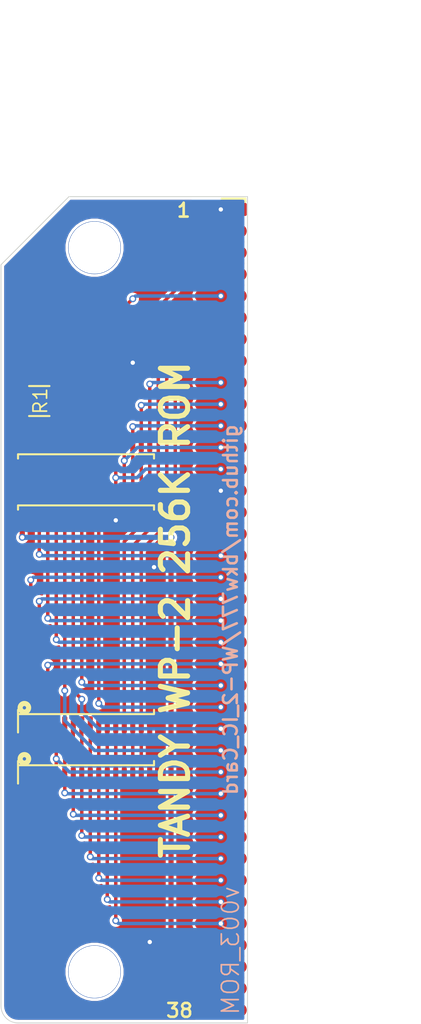
<source format=kicad_pcb>
(kicad_pcb (version 20171130) (host pcbnew 5.1.7-a382d34a8~87~ubuntu20.04.1)

  (general
    (thickness 0.8)
    (drawings 11)
    (tracks 217)
    (zones 0)
    (modules 6)
    (nets 33)
  )

  (page USLetter)
  (title_block
    (title "WP-2 128K RAM IC-Card")
    (date 2020-09-26)
    (company "Brian K. White - b.kenyon.w@gmail.com")
  )

  (layers
    (0 F.Cu signal)
    (31 B.Cu signal)
    (33 F.Adhes user)
    (35 F.Paste user)
    (36 B.SilkS user)
    (37 F.SilkS user)
    (38 B.Mask user)
    (39 F.Mask user)
    (40 Dwgs.User user)
    (41 Cmts.User user hide)
    (42 Eco1.User user hide)
    (43 Eco2.User user hide)
    (44 Edge.Cuts user)
    (45 Margin user hide)
    (46 B.CrtYd user hide)
    (47 F.CrtYd user hide)
    (49 F.Fab user hide)
  )

  (setup
    (last_trace_width 0.254)
    (user_trace_width 0.1524)
    (user_trace_width 0.1778)
    (user_trace_width 0.2032)
    (user_trace_width 0.3048)
    (user_trace_width 0.508)
    (trace_clearance 0.1524)
    (zone_clearance 0.16)
    (zone_45_only no)
    (trace_min 0.1524)
    (via_size 0.4064)
    (via_drill 0.254)
    (via_min_size 0.4064)
    (via_min_drill 0.254)
    (uvia_size 0.4064)
    (uvia_drill 0.254)
    (uvias_allowed no)
    (uvia_min_size 0.4064)
    (uvia_min_drill 0.254)
    (edge_width 0.05)
    (segment_width 0.2)
    (pcb_text_width 0.3)
    (pcb_text_size 1.5 1.5)
    (mod_edge_width 0.12)
    (mod_text_size 1 1)
    (mod_text_width 0.15)
    (pad_size 0.3 1)
    (pad_drill 0)
    (pad_to_mask_clearance 0)
    (aux_axis_origin 158.75 99.695)
    (grid_origin 158.75 99.695)
    (visible_elements FFFFFF7F)
    (pcbplotparams
      (layerselection 0x010f0_ffffffff)
      (usegerberextensions false)
      (usegerberattributes true)
      (usegerberadvancedattributes true)
      (creategerberjobfile true)
      (excludeedgelayer true)
      (linewidth 0.100000)
      (plotframeref false)
      (viasonmask false)
      (mode 1)
      (useauxorigin false)
      (hpglpennumber 1)
      (hpglpenspeed 20)
      (hpglpendiameter 15.000000)
      (psnegative false)
      (psa4output false)
      (plotreference true)
      (plotvalue true)
      (plotinvisibletext false)
      (padsonsilk false)
      (subtractmaskfromsilk false)
      (outputformat 1)
      (mirror false)
      (drillshape 0)
      (scaleselection 1)
      (outputdirectory "WP-2_IC_Card_v003_GERBER"))
  )

  (net 0 "")
  (net 1 GND)
  (net 2 /~CE1)
  (net 3 /~OE)
  (net 4 /D0)
  (net 5 /D1)
  (net 6 /D2)
  (net 7 /D3)
  (net 8 /D4)
  (net 9 /D5)
  (net 10 /D6)
  (net 11 /D7)
  (net 12 /A16)
  (net 13 /A15)
  (net 14 /A14)
  (net 15 /A13)
  (net 16 /A12)
  (net 17 /A11)
  (net 18 /A10)
  (net 19 /A9)
  (net 20 /A8)
  (net 21 /A7)
  (net 22 /A6)
  (net 23 /A5)
  (net 24 /A4)
  (net 25 /A3)
  (net 26 /A2)
  (net 27 /A1)
  (net 28 /A0)
  (net 29 VDD)
  (net 30 /~DET)
  (net 31 /A17)
  (net 32 /~WE)

  (net_class Default "This is the default net class."
    (clearance 0.1524)
    (trace_width 0.254)
    (via_dia 0.4064)
    (via_drill 0.254)
    (uvia_dia 0.4064)
    (uvia_drill 0.254)
    (diff_pair_width 0.1524)
    (diff_pair_gap 0.2032)
    (add_net /A0)
    (add_net /A1)
    (add_net /A10)
    (add_net /A11)
    (add_net /A12)
    (add_net /A13)
    (add_net /A14)
    (add_net /A15)
    (add_net /A16)
    (add_net /A17)
    (add_net /A2)
    (add_net /A3)
    (add_net /A4)
    (add_net /A5)
    (add_net /A6)
    (add_net /A7)
    (add_net /A8)
    (add_net /A9)
    (add_net /D0)
    (add_net /D1)
    (add_net /D2)
    (add_net /D3)
    (add_net /D4)
    (add_net /D5)
    (add_net /D6)
    (add_net /D7)
    (add_net /~CE1)
    (add_net /~DET)
    (add_net /~OE)
    (add_net /~WE)
    (add_net GND)
    (add_net VDD)
  )

  (module 0_LOCAL:TSOP32-14mm (layer F.Cu) (tedit 5F70AFD9) (tstamp 5F898D85)
    (at 149.25 99.695)
    (descr "Module CMS TSOP 32 pins")
    (tags "CMS TSOP")
    (path /5F906116)
    (attr smd)
    (fp_text reference U2 (at -1.905 -0.508 90) (layer F.SilkS) hide
      (effects (font (size 1 1) (thickness 0.15)))
    )
    (fp_text value "FLASH 256Kx8 5v Parallel" (at 1.27 0 90) (layer F.Fab)
      (effects (font (size 1 1) (thickness 0.15)))
    )
    (fp_line (start 4 -6.125) (end 4 -5.875) (layer F.SilkS) (width 0.12))
    (fp_line (start -4 -6.125) (end -4 -5.875) (layer F.SilkS) (width 0.12))
    (fp_line (start 4 6.125) (end 4 5.875) (layer F.SilkS) (width 0.12))
    (fp_line (start -4 7.2) (end -4 5.875) (layer F.SilkS) (width 0.12))
    (fp_line (start 4 -6.125) (end -4 -6.125) (layer F.SilkS) (width 0.12))
    (fp_line (start -4 6.125) (end 4 6.125) (layer F.SilkS) (width 0.12))
    (fp_circle (center -3.625 5.75) (end -3.525 5.75) (layer F.SilkS) (width 0.3))
    (pad 1 smd roundrect (at -3.75 6.75) (size 0.3 1) (layers F.Cu F.Paste F.Mask) (roundrect_rratio 0.25))
    (pad 2 smd roundrect (at -3.25 6.75) (size 0.3 1) (layers F.Cu F.Paste F.Mask) (roundrect_rratio 0.25)
      (net 12 /A16))
    (pad 3 smd roundrect (at -2.75 6.75) (size 0.3 1) (layers F.Cu F.Paste F.Mask) (roundrect_rratio 0.25)
      (net 13 /A15))
    (pad 4 smd roundrect (at -2.25 6.75) (size 0.3 1) (layers F.Cu F.Paste F.Mask) (roundrect_rratio 0.25)
      (net 16 /A12))
    (pad 5 smd roundrect (at -1.75 6.75) (size 0.3 1) (layers F.Cu F.Paste F.Mask) (roundrect_rratio 0.25)
      (net 21 /A7))
    (pad 6 smd roundrect (at -1.25 6.75) (size 0.3 1) (layers F.Cu F.Paste F.Mask) (roundrect_rratio 0.25)
      (net 22 /A6))
    (pad 7 smd roundrect (at -0.75 6.75) (size 0.3 1) (layers F.Cu F.Paste F.Mask) (roundrect_rratio 0.25)
      (net 23 /A5))
    (pad 8 smd roundrect (at -0.25 6.75) (size 0.3 1) (layers F.Cu F.Paste F.Mask) (roundrect_rratio 0.25)
      (net 24 /A4))
    (pad 9 smd roundrect (at 0.25 6.75) (size 0.3 1) (layers F.Cu F.Paste F.Mask) (roundrect_rratio 0.25)
      (net 25 /A3))
    (pad 10 smd roundrect (at 0.75 6.75) (size 0.3 1) (layers F.Cu F.Paste F.Mask) (roundrect_rratio 0.25)
      (net 26 /A2))
    (pad 11 smd roundrect (at 1.25 6.75) (size 0.3 1) (layers F.Cu F.Paste F.Mask) (roundrect_rratio 0.25)
      (net 27 /A1))
    (pad 12 smd roundrect (at 1.75 6.75) (size 0.3 1) (layers F.Cu F.Paste F.Mask) (roundrect_rratio 0.25)
      (net 28 /A0))
    (pad 13 smd roundrect (at 2.25 6.75) (size 0.3 1) (layers F.Cu F.Paste F.Mask) (roundrect_rratio 0.25)
      (net 4 /D0))
    (pad 14 smd roundrect (at 2.75 6.75) (size 0.3 1) (layers F.Cu F.Paste F.Mask) (roundrect_rratio 0.25)
      (net 5 /D1))
    (pad 15 smd roundrect (at 3.25 6.75) (size 0.3 1) (layers F.Cu F.Paste F.Mask) (roundrect_rratio 0.25)
      (net 6 /D2))
    (pad 16 smd roundrect (at 3.75 6.75) (size 0.3 1) (layers F.Cu F.Paste F.Mask) (roundrect_rratio 0.25)
      (net 1 GND))
    (pad 17 smd roundrect (at 3.75 -6.75) (size 0.3 1) (layers F.Cu F.Paste F.Mask) (roundrect_rratio 0.25)
      (net 7 /D3))
    (pad 18 smd roundrect (at 3.25 -6.75) (size 0.3 1) (layers F.Cu F.Paste F.Mask) (roundrect_rratio 0.25)
      (net 8 /D4))
    (pad 19 smd roundrect (at 2.75 -6.75) (size 0.3 1) (layers F.Cu F.Paste F.Mask) (roundrect_rratio 0.25)
      (net 9 /D5))
    (pad 20 smd roundrect (at 2.25 -6.75) (size 0.3 1) (layers F.Cu F.Paste F.Mask) (roundrect_rratio 0.25)
      (net 10 /D6))
    (pad 21 smd roundrect (at 1.75 -6.75) (size 0.3 1) (layers F.Cu F.Paste F.Mask) (roundrect_rratio 0.25)
      (net 11 /D7))
    (pad 22 smd roundrect (at 1.25 -6.75) (size 0.3 1) (layers F.Cu F.Paste F.Mask) (roundrect_rratio 0.25)
      (net 2 /~CE1))
    (pad 23 smd roundrect (at 0.75 -6.75) (size 0.3 1) (layers F.Cu F.Paste F.Mask) (roundrect_rratio 0.25)
      (net 18 /A10))
    (pad 24 smd roundrect (at 0.25 -6.75) (size 0.3 1) (layers F.Cu F.Paste F.Mask) (roundrect_rratio 0.25)
      (net 3 /~OE))
    (pad 25 smd roundrect (at -0.25 -6.75) (size 0.3 1) (layers F.Cu F.Paste F.Mask) (roundrect_rratio 0.25)
      (net 17 /A11))
    (pad 26 smd roundrect (at -0.75 -6.75) (size 0.3 1) (layers F.Cu F.Paste F.Mask) (roundrect_rratio 0.25)
      (net 19 /A9))
    (pad 27 smd roundrect (at -1.25 -6.75) (size 0.3 1) (layers F.Cu F.Paste F.Mask) (roundrect_rratio 0.25)
      (net 20 /A8))
    (pad 28 smd roundrect (at -1.75 -6.75) (size 0.3 1) (layers F.Cu F.Paste F.Mask) (roundrect_rratio 0.25)
      (net 15 /A13))
    (pad 29 smd roundrect (at -2.25 -6.75) (size 0.3 1) (layers F.Cu F.Paste F.Mask) (roundrect_rratio 0.25)
      (net 14 /A14))
    (pad 30 smd roundrect (at -2.75 -6.75) (size 0.3 1) (layers F.Cu F.Paste F.Mask) (roundrect_rratio 0.25)
      (net 31 /A17))
    (pad 31 smd roundrect (at -3.25 -6.75) (size 0.3 1) (layers F.Cu F.Paste F.Mask) (roundrect_rratio 0.25)
      (net 32 /~WE))
    (pad 32 smd roundrect (at -3.75 -6.75) (size 0.3 1) (layers F.Cu F.Paste F.Mask) (roundrect_rratio 0.25)
      (net 29 VDD))
    (model ${KIPRJMOD}/3d/TSOP32_8x14.step
      (at (xyz 0 0 0))
      (scale (xyz 1 1 1))
      (rotate (xyz 0 0 -90))
    )
  )

  (module 0_LOCAL:TSOP32-20mm (layer F.Cu) (tedit 5F70AFE8) (tstamp 5F898D5A)
    (at 149.25 99.695)
    (descr "Module CMS TSOP 32 pins")
    (tags "CMS TSOP")
    (path /5FA8764D)
    (attr smd)
    (fp_text reference U1 (at -1.905 -0.508 90) (layer F.SilkS) hide
      (effects (font (size 1 1) (thickness 0.15)))
    )
    (fp_text value "FLASH 256Kx8 5v Parallel" (at 1.27 0 90) (layer F.Fab)
      (effects (font (size 1 1) (thickness 0.15)))
    )
    (fp_line (start 4 -9.125) (end 4 -8.875) (layer F.SilkS) (width 0.12))
    (fp_line (start -4 -9.125) (end -4 -8.875) (layer F.SilkS) (width 0.12))
    (fp_line (start 4 9.125) (end 4 8.875) (layer F.SilkS) (width 0.12))
    (fp_line (start -4 10.2) (end -4 8.875) (layer F.SilkS) (width 0.12))
    (fp_line (start 4 -9.125) (end -4 -9.125) (layer F.SilkS) (width 0.12))
    (fp_line (start -4 9.125) (end 4 9.125) (layer F.SilkS) (width 0.12))
    (fp_circle (center -3.625 8.75) (end -3.525 8.75) (layer F.SilkS) (width 0.3))
    (pad 1 smd roundrect (at -3.75 9.75) (size 0.3 1) (layers F.Cu F.Paste F.Mask) (roundrect_rratio 0.25))
    (pad 2 smd roundrect (at -3.25 9.75) (size 0.3 1) (layers F.Cu F.Paste F.Mask) (roundrect_rratio 0.25)
      (net 12 /A16))
    (pad 3 smd roundrect (at -2.75 9.75) (size 0.3 1) (layers F.Cu F.Paste F.Mask) (roundrect_rratio 0.25)
      (net 13 /A15))
    (pad 4 smd roundrect (at -2.25 9.75) (size 0.3 1) (layers F.Cu F.Paste F.Mask) (roundrect_rratio 0.25)
      (net 16 /A12))
    (pad 5 smd roundrect (at -1.75 9.75) (size 0.3 1) (layers F.Cu F.Paste F.Mask) (roundrect_rratio 0.25)
      (net 21 /A7))
    (pad 6 smd roundrect (at -1.25 9.75) (size 0.3 1) (layers F.Cu F.Paste F.Mask) (roundrect_rratio 0.25)
      (net 22 /A6))
    (pad 7 smd roundrect (at -0.75 9.75) (size 0.3 1) (layers F.Cu F.Paste F.Mask) (roundrect_rratio 0.25)
      (net 23 /A5))
    (pad 8 smd roundrect (at -0.25 9.75) (size 0.3 1) (layers F.Cu F.Paste F.Mask) (roundrect_rratio 0.25)
      (net 24 /A4))
    (pad 9 smd roundrect (at 0.25 9.75) (size 0.3 1) (layers F.Cu F.Paste F.Mask) (roundrect_rratio 0.25)
      (net 25 /A3))
    (pad 10 smd roundrect (at 0.75 9.75) (size 0.3 1) (layers F.Cu F.Paste F.Mask) (roundrect_rratio 0.25)
      (net 26 /A2))
    (pad 11 smd roundrect (at 1.25 9.75) (size 0.3 1) (layers F.Cu F.Paste F.Mask) (roundrect_rratio 0.25)
      (net 27 /A1))
    (pad 12 smd roundrect (at 1.75 9.75) (size 0.3 1) (layers F.Cu F.Paste F.Mask) (roundrect_rratio 0.25)
      (net 28 /A0))
    (pad 13 smd roundrect (at 2.25 9.75) (size 0.3 1) (layers F.Cu F.Paste F.Mask) (roundrect_rratio 0.25)
      (net 4 /D0))
    (pad 14 smd roundrect (at 2.75 9.75) (size 0.3 1) (layers F.Cu F.Paste F.Mask) (roundrect_rratio 0.25)
      (net 5 /D1))
    (pad 15 smd roundrect (at 3.25 9.75) (size 0.3 1) (layers F.Cu F.Paste F.Mask) (roundrect_rratio 0.25)
      (net 6 /D2))
    (pad 16 smd roundrect (at 3.75 9.75) (size 0.3 1) (layers F.Cu F.Paste F.Mask) (roundrect_rratio 0.25)
      (net 1 GND))
    (pad 17 smd roundrect (at 3.75 -9.75) (size 0.3 1) (layers F.Cu F.Paste F.Mask) (roundrect_rratio 0.25)
      (net 7 /D3))
    (pad 18 smd roundrect (at 3.25 -9.75) (size 0.3 1) (layers F.Cu F.Paste F.Mask) (roundrect_rratio 0.25)
      (net 8 /D4))
    (pad 19 smd roundrect (at 2.75 -9.75) (size 0.3 1) (layers F.Cu F.Paste F.Mask) (roundrect_rratio 0.25)
      (net 9 /D5))
    (pad 20 smd roundrect (at 2.25 -9.75) (size 0.3 1) (layers F.Cu F.Paste F.Mask) (roundrect_rratio 0.25)
      (net 10 /D6))
    (pad 21 smd roundrect (at 1.75 -9.75) (size 0.3 1) (layers F.Cu F.Paste F.Mask) (roundrect_rratio 0.25)
      (net 11 /D7))
    (pad 22 smd roundrect (at 1.25 -9.75) (size 0.3 1) (layers F.Cu F.Paste F.Mask) (roundrect_rratio 0.25)
      (net 2 /~CE1))
    (pad 23 smd roundrect (at 0.75 -9.75) (size 0.3 1) (layers F.Cu F.Paste F.Mask) (roundrect_rratio 0.25)
      (net 18 /A10))
    (pad 24 smd roundrect (at 0.25 -9.75) (size 0.3 1) (layers F.Cu F.Paste F.Mask) (roundrect_rratio 0.25)
      (net 3 /~OE))
    (pad 25 smd roundrect (at -0.25 -9.75) (size 0.3 1) (layers F.Cu F.Paste F.Mask) (roundrect_rratio 0.25)
      (net 17 /A11))
    (pad 26 smd roundrect (at -0.75 -9.75) (size 0.3 1) (layers F.Cu F.Paste F.Mask) (roundrect_rratio 0.25)
      (net 19 /A9))
    (pad 27 smd roundrect (at -1.25 -9.75) (size 0.3 1) (layers F.Cu F.Paste F.Mask) (roundrect_rratio 0.25)
      (net 20 /A8))
    (pad 28 smd roundrect (at -1.75 -9.75) (size 0.3 1) (layers F.Cu F.Paste F.Mask) (roundrect_rratio 0.25)
      (net 15 /A13))
    (pad 29 smd roundrect (at -2.25 -9.75) (size 0.3 1) (layers F.Cu F.Paste F.Mask) (roundrect_rratio 0.25)
      (net 14 /A14))
    (pad 30 smd roundrect (at -2.75 -9.75) (size 0.3 1) (layers F.Cu F.Paste F.Mask) (roundrect_rratio 0.25)
      (net 31 /A17))
    (pad 31 smd roundrect (at -3.25 -9.75) (size 0.3 1) (layers F.Cu F.Paste F.Mask) (roundrect_rratio 0.25)
      (net 32 /~WE))
    (pad 32 smd roundrect (at -3.75 -9.75) (size 0.3 1) (layers F.Cu F.Paste F.Mask) (roundrect_rratio 0.25)
      (net 29 VDD))
    (model ${KIPRJMOD}/3d/TSOP32_8X20.step
      (at (xyz 0 0 0))
      (scale (xyz 1 1 1))
      (rotate (xyz 0 0 -90))
    )
  )

  (module 0_LOCAL:R_0805 (layer F.Cu) (tedit 5F7A92BF) (tstamp 5F898D2F)
    (at 146.5 87.445)
    (descr "Resistor SMD 0805, reflow soldering, Vishay (see dcrcw.pdf)")
    (tags "resistor 0805")
    (path /5F8FDC45)
    (attr smd)
    (fp_text reference R1 (at 0.0635 0 90 unlocked) (layer F.SilkS)
      (effects (font (size 0.8 0.8) (thickness 0.1)))
    )
    (fp_text value 47K (at 0 1.75) (layer F.Fab)
      (effects (font (size 1 1) (thickness 0.15)))
    )
    (fp_line (start 1.55 0.9) (end -1.55 0.9) (layer F.CrtYd) (width 0.05))
    (fp_line (start 1.55 0.9) (end 1.55 -0.9) (layer F.CrtYd) (width 0.05))
    (fp_line (start -1.55 -0.9) (end -1.55 0.9) (layer F.CrtYd) (width 0.05))
    (fp_line (start -1.55 -0.9) (end 1.55 -0.9) (layer F.CrtYd) (width 0.05))
    (fp_line (start -0.6 -0.88) (end 0.6 -0.88) (layer F.SilkS) (width 0.12))
    (fp_line (start 0.6 0.88) (end -0.6 0.88) (layer F.SilkS) (width 0.12))
    (fp_line (start -1 -0.62) (end 1 -0.62) (layer F.Fab) (width 0.1))
    (fp_line (start 1 -0.62) (end 1 0.62) (layer F.Fab) (width 0.1))
    (fp_line (start 1 0.62) (end -1 0.62) (layer F.Fab) (width 0.1))
    (fp_line (start -1 0.62) (end -1 -0.62) (layer F.Fab) (width 0.1))
    (fp_text user %R (at 0 0) (layer F.Fab)
      (effects (font (size 0.5 0.5) (thickness 0.075)))
    )
    (pad 1 smd rect (at -0.95 0) (size 0.7 1.3) (layers F.Cu F.Paste F.Mask)
      (net 29 VDD))
    (pad 2 smd rect (at 0.95 0) (size 0.7 1.3) (layers F.Cu F.Paste F.Mask)
      (net 32 /~WE))
    (model ${KIPRJMOD}/3d/R_0805_2012Metric.step
      (at (xyz 0 0 0))
      (scale (xyz 1 1 1))
      (rotate (xyz 0 0 0))
    )
  )

  (module 0_LOCAL:WP-2_IC_Card_Carrier_v003 (layer F.Cu) (tedit 5F7C3C55) (tstamp 5F885EF4)
    (at 158.75 99.695)
    (attr virtual)
    (fp_text reference Carrier (at 0 -2 270) (layer Dwgs.User) hide
      (effects (font (size 4 4) (thickness 0.12)))
    )
    (fp_text value WP-2_IC_Card_Carrier_v003 (at 0 2 270) (layer F.Fab) hide
      (effects (font (size 4 4) (thickness 0.01)))
    )
    (fp_line (start -3 22.5) (end -3 -22.5) (layer Dwgs.User) (width 0.12))
    (fp_line (start -13.75 -17.75) (end -13.75 17.75) (layer Dwgs.User) (width 0.12))
    (fp_line (start -5.5 23.5) (end -4 23.5) (layer Dwgs.User) (width 0.12))
    (fp_line (start 0 24.25) (end 0 -24.25) (layer Dwgs.User) (width 0.12))
    (fp_line (start -4 -23.5) (end -5.5 -23.5) (layer Dwgs.User) (width 0.12))
    (fp_line (start -12.75 -18.75) (end -9 -18.75) (layer Dwgs.User) (width 0.12))
    (fp_line (start -6.5 -22.5) (end -6.5 -21.25) (layer Dwgs.User) (width 0.12))
    (fp_line (start -6.5 22.5) (end -6.5 21.25) (layer Dwgs.User) (width 0.12))
    (fp_line (start -9 18.75) (end -12.75 18.75) (layer Dwgs.User) (width 0.12))
    (fp_line (start 0 24.25) (end -14.5 24.25) (layer Dwgs.User) (width 0.12))
    (fp_line (start -14.5 24.25) (end -14.5 -20.25) (layer Dwgs.User) (width 0.12))
    (fp_line (start -10.5 -24.25) (end 0 -24.25) (layer Dwgs.User) (width 0.12))
    (fp_line (start -14.5 -20.25) (end -10.5 -24.25) (layer Dwgs.User) (width 0.12))
    (fp_arc (start -4 22.5) (end -4 23.5) (angle -90) (layer Dwgs.User) (width 0.12))
    (fp_arc (start -5.5 22.5) (end -6.5 22.5) (angle -90) (layer Dwgs.User) (width 0.12))
    (fp_arc (start -12.75 17.75) (end -13.75 17.75) (angle -90) (layer Dwgs.User) (width 0.12))
    (fp_arc (start -4 -22.5) (end -3 -22.5) (angle -90) (layer Dwgs.User) (width 0.12))
    (fp_arc (start -5.5 -22.5) (end -5.5 -23.5) (angle -90) (layer Dwgs.User) (width 0.12))
    (fp_arc (start -12.75 -17.75) (end -12.75 -18.75) (angle -90) (layer Dwgs.User) (width 0.12))
    (fp_arc (start -9 -21.25) (end -9 -18.75) (angle -90) (layer Dwgs.User) (width 0.12))
    (fp_arc (start -9 21.25) (end -6.5 21.25) (angle -90) (layer Dwgs.User) (width 0.12))
    (pad "" np_thru_hole circle (at -9 21.25 180) (size 3.1 3.1) (drill 3.05) (layers *.Cu *.Mask))
    (pad "" np_thru_hole circle (at -9 -21.25 180) (size 3.1 3.1) (drill 3.05) (layers *.Cu *.Mask))
    (model /home/bkw/src/WP-2_IC_Card/Carrier/WP-2_IC_Card_Carrier_v003-g.step_x
      (offset (xyz 6 27 1.6))
      (scale (xyz 1 1 1))
      (rotate (xyz 0 180 -90))
    )
    (model /home/bkw/src/WP-2_IC_Card/Carrier/WP-2_IC_Card_Carrier_v003-s.step
      (offset (xyz 0 0 1.85))
      (scale (xyz 1 1 1))
      (rotate (xyz 180 0 90))
    )
  )

  (module 0_LOCAL:PinSocket_1x38x1.27_edge_s (layer F.Cu) (tedit 5F7C31EE) (tstamp 5F74043C)
    (at 158.75 99.695)
    (descr "Through hole straight socket strip, 1x38, 1.27mm pitch, single row")
    (tags "Through hole socket strip THT 1x38 1.27mm single row")
    (path /5F6EF0A3)
    (attr smd)
    (fp_text reference J1 (at -2.8956 4.4196 -90) (layer F.SilkS) hide
      (effects (font (size 1 1) (thickness 0.15)))
    )
    (fp_text value Conn_01x38_Female (at -2.921 23.114 -90) (layer F.Fab)
      (effects (font (size 1 1) (thickness 0.15)))
    )
    (fp_line (start 0 24.13) (end 0 -24.13) (layer F.Fab) (width 0.08))
    (fp_line (start 4.3815 24.13) (end 0 24.13) (layer F.Fab) (width 0.08))
    (fp_line (start 4.3815 -24.13) (end 4.3815 24.13) (layer F.Fab) (width 0.08))
    (fp_line (start 0 -24.13) (end 4.3815 -24.13) (layer F.Fab) (width 0.08))
    (fp_line (start 7.9375 -25.4) (end 7.9375 -26.035) (layer F.Fab) (width 0.08))
    (fp_line (start 8.255 -24.257) (end 8.0645 -24.4475) (layer F.Fab) (width 0.08))
    (fp_line (start 7.62 -25.4) (end 8.255 -25.4) (layer F.Fab) (width 0.08))
    (fp_line (start 8.255 -24.257) (end 8.4455 -24.4475) (layer F.Fab) (width 0.08))
    (fp_line (start 8.255 -25.4) (end 7.9375 -25.4) (layer F.Fab) (width 0.08))
    (fp_line (start 8.255 -24.257) (end 8.255 -25.4) (layer F.Fab) (width 0.08))
    (fp_line (start 7.62 -18.8595) (end 7.62 -25.4) (layer F.Fab) (width 0.08))
    (fp_line (start 7.62 -18.8595) (end 7.4295 -19.05) (layer F.Fab) (width 0.08))
    (fp_line (start 7.62 -18.8595) (end 7.8105 -19.05) (layer F.Fab) (width 0.08))
    (fp_line (start 4.064 -25.4) (end 4.064 -26.035) (layer F.Fab) (width 0.08))
    (fp_line (start 4.3815 -25.4) (end 4.064 -25.4) (layer F.Fab) (width 0.08))
    (fp_line (start 3.7465 -25.4) (end 4.3815 -25.4) (layer F.Fab) (width 0.08))
    (fp_line (start 4.3815 -24.257) (end 4.3815 -25.4) (layer F.Fab) (width 0.08))
    (fp_line (start 4.3815 -24.257) (end 4.191 -24.4475) (layer F.Fab) (width 0.08))
    (fp_line (start 4.3815 -24.257) (end 4.572 -24.4475) (layer F.Fab) (width 0.08))
    (fp_line (start 3.7465 -22.6695) (end 3.937 -22.86) (layer F.Fab) (width 0.08))
    (fp_line (start 3.7465 -22.6695) (end 3.556 -22.86) (layer F.Fab) (width 0.08))
    (fp_line (start 3.7465 -22.6695) (end 3.7465 -25.4) (layer F.Fab) (width 0.08))
    (fp_line (start 8.636 -18.0975) (end 8.636 -18.7325) (layer F.Fab) (width 0.08))
    (fp_line (start 2.6035 -18.288) (end 2.6035 -18.542) (layer F.Fab) (width 0.08))
    (fp_line (start 2.794 -18.0975) (end 8.636 -18.0975) (layer F.Fab) (width 0.08))
    (fp_line (start 2.794 -18.7325) (end 2.6035 -18.542) (layer F.Fab) (width 0.08))
    (fp_line (start 2.794 -18.7325) (end 8.636 -18.7325) (layer F.Fab) (width 0.08))
    (fp_line (start 2.794 -18.0975) (end 2.6035 -18.288) (layer F.Fab) (width 0.08))
    (fp_line (start 6.0325 -22.5425) (end 6.0325 -21.9075) (layer F.Fab) (width 0.08))
    (fp_line (start 0 -22.352) (end 0 -22.098) (layer F.Fab) (width 0.08))
    (fp_line (start 0.1905 -22.5425) (end 0 -22.352) (layer F.Fab) (width 0.08))
    (fp_line (start 0.1905 -21.9075) (end 0 -22.098) (layer F.Fab) (width 0.08))
    (fp_line (start 0.1905 -21.9075) (end 6.0325 -21.9075) (layer F.Fab) (width 0.08))
    (fp_line (start 0.1905 -22.5425) (end 6.0325 -22.5425) (layer F.Fab) (width 0.08))
    (fp_line (start 8.509 24.13) (end 5.08 24.13) (layer F.Fab) (width 0.08))
    (fp_line (start 8.509 -24.13) (end 8.509 24.13) (layer F.Fab) (width 0.08))
    (fp_line (start 5.08 -24.13) (end 8.509 -24.13) (layer F.Fab) (width 0.08))
    (fp_line (start -0.127 -24.13) (end -0.127 -23.9395) (layer F.SilkS) (width 0.12))
    (fp_line (start -1.524 -24.13) (end -0.127 -24.13) (layer F.SilkS) (width 0.12))
    (fp_text user "pins 6.0mm" (at 9.8425 -20.574 -90) (layer F.Fab)
      (effects (font (size 0.5 0.5) (thickness 0.05)))
    )
    (fp_text user "Height 8.5mm, Bottom 2.5mm" (at 7.112 -30.0355 -90) (layer F.Fab)
      (effects (font (size 0.5 0.5) (thickness 0.05)))
    )
    (fp_text user "samtec header" (at 8.001 -28.956 -90) (layer F.Fab)
      (effects (font (size 0.5 0.5) (thickness 0.05)))
    )
    (fp_text user "Height 4.4mm, Bottom 0mm" (at 3.2385 -29.718 -90) (layer F.Fab)
      (effects (font (size 0.5 0.5) (thickness 0.05)))
    )
    (fp_text user "generic header" (at 4.1275 -28.956 -90) (layer F.Fab)
      (effects (font (size 0.5 0.5) (thickness 0.05)))
    )
    (fp_text user %R (at 0 -1.695) (layer F.Fab) hide
      (effects (font (size 1 1) (thickness 0.15)))
    )
    (pad 1 smd roundrect (at -1.57 -23.495) (size 3.048 0.762) (layers F.Cu F.Paste F.Mask) (roundrect_rratio 0.1)
      (net 1 GND))
    (pad 2 smd oval (at -1.57 -22.225) (size 3.048 0.762) (layers F.Cu F.Paste F.Mask)
      (net 30 /~DET))
    (pad 3 smd oval (at -1.57 -20.955) (size 3.048 0.762) (layers F.Cu F.Paste F.Mask))
    (pad 4 smd oval (at -1.57 -19.685) (size 3.048 0.762) (layers F.Cu F.Paste F.Mask)
      (net 2 /~CE1))
    (pad 5 smd oval (at -1.57 -18.415) (size 3.048 0.762) (layers F.Cu F.Paste F.Mask)
      (net 3 /~OE))
    (pad 6 smd oval (at -1.57 -17.145) (size 3.048 0.762) (layers F.Cu F.Paste F.Mask)
      (net 4 /D0))
    (pad 7 smd oval (at -1.57 -15.875) (size 3.048 0.762) (layers F.Cu F.Paste F.Mask)
      (net 5 /D1))
    (pad 8 smd oval (at -1.57 -14.605) (size 3.048 0.762) (layers F.Cu F.Paste F.Mask)
      (net 6 /D2))
    (pad 9 smd oval (at -1.57 -13.335) (size 3.048 0.762) (layers F.Cu F.Paste F.Mask)
      (net 7 /D3))
    (pad 10 smd oval (at -1.57 -12.065) (size 3.048 0.762) (layers F.Cu F.Paste F.Mask)
      (net 8 /D4))
    (pad 11 smd oval (at -1.57 -10.795) (size 3.048 0.762) (layers F.Cu F.Paste F.Mask)
      (net 9 /D5))
    (pad 12 smd oval (at -1.57 -9.525) (size 3.048 0.762) (layers F.Cu F.Paste F.Mask)
      (net 10 /D6))
    (pad 13 smd oval (at -1.57 -8.255) (size 3.048 0.762) (layers F.Cu F.Paste F.Mask)
      (net 11 /D7))
    (pad 14 smd oval (at -1.57 -6.985) (size 3.048 0.762) (layers F.Cu F.Paste F.Mask)
      (net 1 GND))
    (pad 15 smd oval (at -1.57 -5.715) (size 3.048 0.762) (layers F.Cu F.Paste F.Mask))
    (pad 16 smd oval (at -1.57 -4.445) (size 3.048 0.762) (layers F.Cu F.Paste F.Mask))
    (pad 17 smd oval (at -1.57 -3.175) (size 3.048 0.762) (layers F.Cu F.Paste F.Mask)
      (net 31 /A17))
    (pad 18 smd oval (at -1.57 -1.905) (size 3.048 0.762) (layers F.Cu F.Paste F.Mask)
      (net 12 /A16))
    (pad 19 smd oval (at -1.57 -0.635) (size 3.048 0.762) (layers F.Cu F.Paste F.Mask)
      (net 13 /A15))
    (pad 20 smd oval (at -1.57 0.635) (size 3.048 0.762) (layers F.Cu F.Paste F.Mask)
      (net 14 /A14))
    (pad 21 smd oval (at -1.57 1.905) (size 3.048 0.762) (layers F.Cu F.Paste F.Mask)
      (net 15 /A13))
    (pad 22 smd oval (at -1.57 3.175) (size 3.048 0.762) (layers F.Cu F.Paste F.Mask)
      (net 16 /A12))
    (pad 23 smd oval (at -1.57 4.445) (size 3.048 0.762) (layers F.Cu F.Paste F.Mask)
      (net 17 /A11))
    (pad 24 smd oval (at -1.57 5.715) (size 3.048 0.762) (layers F.Cu F.Paste F.Mask)
      (net 18 /A10))
    (pad 25 smd oval (at -1.57 6.985) (size 3.048 0.762) (layers F.Cu F.Paste F.Mask)
      (net 19 /A9))
    (pad 26 smd oval (at -1.57 8.255) (size 3.048 0.762) (layers F.Cu F.Paste F.Mask)
      (net 20 /A8))
    (pad 27 smd oval (at -1.57 9.525) (size 3.048 0.762) (layers F.Cu F.Paste F.Mask)
      (net 21 /A7))
    (pad 28 smd oval (at -1.57 10.795) (size 3.048 0.762) (layers F.Cu F.Paste F.Mask)
      (net 22 /A6))
    (pad 29 smd oval (at -1.57 12.065) (size 3.048 0.762) (layers F.Cu F.Paste F.Mask)
      (net 23 /A5))
    (pad 30 smd oval (at -1.57 13.335) (size 3.048 0.762) (layers F.Cu F.Paste F.Mask)
      (net 24 /A4))
    (pad 31 smd oval (at -1.57 14.605) (size 3.048 0.762) (layers F.Cu F.Paste F.Mask)
      (net 25 /A3))
    (pad 32 smd oval (at -1.57 15.875) (size 3.048 0.762) (layers F.Cu F.Paste F.Mask)
      (net 26 /A2))
    (pad 33 smd oval (at -1.57 17.145) (size 3.048 0.762) (layers F.Cu F.Paste F.Mask)
      (net 27 /A1))
    (pad 34 smd oval (at -1.57 18.415) (size 3.048 0.762) (layers F.Cu F.Paste F.Mask)
      (net 28 /A0))
    (pad 35 smd oval (at -1.57 19.685) (size 3.048 0.762) (layers F.Cu F.Paste F.Mask))
    (pad 36 smd oval (at -1.57 20.955) (size 3.048 0.762) (layers F.Cu F.Paste F.Mask))
    (pad 37 smd oval (at -1.57 22.225) (size 3.048 0.762) (layers F.Cu F.Paste F.Mask))
    (pad 38 smd oval (at -1.57 23.495) (size 3.048 0.762) (layers F.Cu F.Paste F.Mask)
      (net 29 VDD))
    (model ${KIPRJMOD}/3d/PinSocket_1x38_P1.27mm_Vertical.step_x
      (offset (xyz 0 23.495 0.1))
      (scale (xyz 1 1 1))
      (rotate (xyz 0 -90 0))
    )
    (model ${KIPRJMOD}/3d/SMS-138-01-x-x.step
      (offset (xyz 0 0 0.25))
      (scale (xyz 1 1 1))
      (rotate (xyz 0 0 90))
    )
  )

  (module 0_LOCAL:Net_Tie_2p_8mil (layer F.Cu) (tedit 5F70D483) (tstamp 5F712C2A)
    (at 157.05 76.835 270)
    (path /5F8923B3)
    (fp_text reference NT1 (at 0 1.016 90) (layer F.SilkS) hide
      (effects (font (size 0.508 0.508) (thickness 0.1016)))
    )
    (fp_text value Net-Tie_2 (at 0 -2 90) (layer F.Fab) hide
      (effects (font (size 1 1) (thickness 0.01)))
    )
    (fp_line (start -0.2032 0) (end 0.2032 0) (layer F.Cu) (width 0.2032))
    (pad 2 smd circle (at 0.2032 0 270) (size 0.2032 0.2032) (layers F.Cu)
      (net 30 /~DET))
    (pad 1 smd circle (at -0.2032 0 270) (size 0.2032 0.2032) (layers F.Cu)
      (net 1 GND))
  )

  (gr_text "TANDY WP-2 256K ROM" (at 154.5 99.695 90) (layer F.SilkS)
    (effects (font (size 1.6 1.6) (thickness 0.3)))
  )
  (gr_arc (start 145.25 122.945) (end 144.25 122.945) (angle -90) (layer Edge.Cuts) (width 0.05))
  (gr_line (start 144.25 79.445) (end 148.25 75.445) (layer Edge.Cuts) (width 0.05))
  (gr_line (start 158.75 123.945) (end 158.75 75.445) (layer Edge.Cuts) (width 0.05) (tstamp 5F759583))
  (gr_line (start 145.25 123.945) (end 158.75 123.945) (layer Edge.Cuts) (width 0.05))
  (gr_line (start 144.25 79.445) (end 144.25 122.945) (layer Edge.Cuts) (width 0.05))
  (gr_line (start 158.75 75.445) (end 148.25 75.445) (layer Edge.Cuts) (width 0.05))
  (gr_text v003_ROM (at 157.75 119.695 -270) (layer B.SilkS)
    (effects (font (size 1 1) (thickness 0.1)) (justify mirror))
  )
  (gr_text 38 (at 154.75 123.2154) (layer F.SilkS) (tstamp 5F712A00)
    (effects (font (size 0.8128 0.8128) (thickness 0.1524)))
  )
  (gr_text 1 (at 154.9948 76.2508) (layer F.SilkS) (tstamp 5F7129FD)
    (effects (font (size 0.8128 0.8128) (thickness 0.1524)))
  )
  (gr_text github.com/bkw777/WP-2_IC_Card (at 157.75 99.695 -270) (layer B.SilkS) (tstamp 5F7129FA)
    (effects (font (size 0.8128 0.8128) (thickness 0.1524)) (justify mirror))
  )

  (segment (start 145.5 109.445) (end 145.5 106.445) (width 0.2032) (layer F.Cu) (net 0))
  (segment (start 157.05 76.33) (end 157.18 76.2) (width 0.2032) (layer F.Cu) (net 1))
  (segment (start 157.05 76.6318) (end 157.05 76.33) (width 0.2032) (layer F.Cu) (net 1))
  (via (at 157.18 92.71) (size 0.4064) (drill 0.254) (layers F.Cu B.Cu) (net 1))
  (via (at 157.18 76.2) (size 0.4064) (drill 0.254) (layers F.Cu B.Cu) (net 1))
  (via (at 153.25 97.195) (size 0.4064) (drill 0.254) (layers F.Cu B.Cu) (net 1))
  (via (at 152 85.195) (size 0.4064) (drill 0.254) (layers F.Cu B.Cu) (net 1))
  (via (at 151 94.445) (size 0.4064) (drill 0.254) (layers F.Cu B.Cu) (net 1))
  (via (at 153 119.195) (size 0.4064) (drill 0.254) (layers F.Cu B.Cu) (net 1))
  (segment (start 150.5 92.945) (end 150.5 89.945) (width 0.2032) (layer F.Cu) (net 2))
  (segment (start 155.435 80.01) (end 157.18 80.01) (width 0.2032) (layer F.Cu) (net 2))
  (segment (start 150.5 84.945) (end 155.435 80.01) (width 0.2032) (layer F.Cu) (net 2))
  (segment (start 150.5 89.945) (end 150.5 84.945) (width 0.2032) (layer F.Cu) (net 2))
  (via (at 157.18 81.28) (size 0.4064) (drill 0.254) (layers F.Cu B.Cu) (net 3))
  (segment (start 149.5 92.945) (end 149.5 89.945) (width 0.2032) (layer F.Cu) (net 3))
  (segment (start 152.165 81.28) (end 157.18 81.28) (width 0.2032) (layer B.Cu) (net 3))
  (segment (start 152 81.445) (end 152.165 81.28) (width 0.2032) (layer B.Cu) (net 3))
  (via (at 152 81.445) (size 0.4064) (drill 0.254) (layers F.Cu B.Cu) (net 3))
  (segment (start 149.5 83.945) (end 149.5 89.945) (width 0.2032) (layer F.Cu) (net 3))
  (segment (start 152 81.445) (end 149.5 83.945) (width 0.2032) (layer F.Cu) (net 3))
  (segment (start 151.5 109.445) (end 151.5 106.445) (width 0.2032) (layer F.Cu) (net 4))
  (segment (start 155.395 82.55) (end 157.18 82.55) (width 0.2032) (layer F.Cu) (net 4))
  (segment (start 153.5 84.445) (end 155.395 82.55) (width 0.2032) (layer F.Cu) (net 4))
  (segment (start 153.5 93.695) (end 153.5 84.445) (width 0.2032) (layer F.Cu) (net 4))
  (segment (start 151.5 95.695) (end 153.5 93.695) (width 0.2032) (layer F.Cu) (net 4))
  (segment (start 151.5 106.445) (end 151.5 95.695) (width 0.2032) (layer F.Cu) (net 4))
  (segment (start 152 109.445) (end 152 106.445) (width 0.2032) (layer F.Cu) (net 5))
  (segment (start 155.125 83.82) (end 157.18 83.82) (width 0.2032) (layer F.Cu) (net 5))
  (segment (start 154 84.945) (end 155.125 83.82) (width 0.2032) (layer F.Cu) (net 5))
  (segment (start 154 93.945) (end 154 84.945) (width 0.2032) (layer F.Cu) (net 5))
  (segment (start 152 95.945) (end 154 93.945) (width 0.2032) (layer F.Cu) (net 5))
  (segment (start 152 106.445) (end 152 95.945) (width 0.2032) (layer F.Cu) (net 5))
  (segment (start 152.5 109.445) (end 152.5 106.445) (width 0.2032) (layer F.Cu) (net 6))
  (segment (start 154.5 85.445) (end 154.855 85.09) (width 0.2032) (layer F.Cu) (net 6))
  (segment (start 154.855 85.09) (end 157.18 85.09) (width 0.2032) (layer F.Cu) (net 6))
  (segment (start 154.5 94.195) (end 154.5 85.445) (width 0.2032) (layer F.Cu) (net 6))
  (segment (start 152.5 96.195) (end 154.5 94.195) (width 0.2032) (layer F.Cu) (net 6))
  (segment (start 152.5 106.445) (end 152.5 96.195) (width 0.2032) (layer F.Cu) (net 6))
  (via (at 157.18 86.36) (size 0.4064) (drill 0.254) (layers F.Cu B.Cu) (net 7))
  (segment (start 153 92.945) (end 153 89.945) (width 0.2032) (layer F.Cu) (net 7))
  (segment (start 157.18 86.36) (end 153.085 86.36) (width 0.2032) (layer B.Cu) (net 7))
  (segment (start 153.085 86.36) (end 153 86.445) (width 0.2032) (layer B.Cu) (net 7))
  (segment (start 153 86.445) (end 153 86.445) (width 0.2032) (layer B.Cu) (net 7) (tstamp 5F89C3FA))
  (via (at 153 86.445) (size 0.4064) (drill 0.254) (layers F.Cu B.Cu) (net 7))
  (segment (start 153 89.945) (end 153 86.445) (width 0.2032) (layer F.Cu) (net 7))
  (via (at 157.18 87.63) (size 0.4064) (drill 0.254) (layers F.Cu B.Cu) (net 8))
  (segment (start 152.5 92.945) (end 152.5 89.945) (width 0.2032) (layer F.Cu) (net 8))
  (segment (start 157.18 87.63) (end 152.565 87.63) (width 0.2032) (layer B.Cu) (net 8))
  (segment (start 152.565 87.63) (end 152.5 87.695) (width 0.2032) (layer B.Cu) (net 8))
  (segment (start 152.5 87.695) (end 152.5 87.695) (width 0.2032) (layer B.Cu) (net 8) (tstamp 5F89C376))
  (via (at 152.5 87.695) (size 0.4064) (drill 0.254) (layers F.Cu B.Cu) (net 8))
  (segment (start 152.5 89.945) (end 152.5 87.695) (width 0.2032) (layer F.Cu) (net 8))
  (via (at 157.18 88.9) (size 0.4064) (drill 0.254) (layers F.Cu B.Cu) (net 9))
  (segment (start 152 92.945) (end 152 89.945) (width 0.2032) (layer F.Cu) (net 9))
  (segment (start 157.18 88.9) (end 152.045 88.9) (width 0.2032) (layer B.Cu) (net 9))
  (segment (start 152.045 88.9) (end 152 88.945) (width 0.2032) (layer B.Cu) (net 9))
  (segment (start 152 88.945) (end 152 88.945) (width 0.2032) (layer B.Cu) (net 9) (tstamp 5F89C270))
  (via (at 152 88.945) (size 0.4064) (drill 0.254) (layers F.Cu B.Cu) (net 9))
  (segment (start 152 89.945) (end 152 88.945) (width 0.2032) (layer F.Cu) (net 9))
  (via (at 157.18 90.17) (size 0.4064) (drill 0.254) (layers F.Cu B.Cu) (net 10))
  (segment (start 151.5 92.945) (end 151.5 89.945) (width 0.2032) (layer F.Cu) (net 10))
  (segment (start 157.18 90.17) (end 152.275 90.17) (width 0.2032) (layer B.Cu) (net 10))
  (segment (start 152.275 90.17) (end 151.5 90.945) (width 0.2032) (layer B.Cu) (net 10))
  (segment (start 151.5 90.945) (end 151.5 90.945) (width 0.2032) (layer B.Cu) (net 10) (tstamp 5F89C1AA))
  (via (at 151.5 90.945) (size 0.4064) (drill 0.254) (layers F.Cu B.Cu) (net 10))
  (via (at 157.18 91.44) (size 0.4064) (drill 0.254) (layers F.Cu B.Cu) (net 11))
  (segment (start 151 92.945) (end 151 91.945) (width 0.2032) (layer F.Cu) (net 11))
  (segment (start 151 91.945) (end 151 89.945) (width 0.2032) (layer F.Cu) (net 11) (tstamp 5F89C0E4))
  (via (at 151 91.945) (size 0.4064) (drill 0.254) (layers F.Cu B.Cu) (net 11))
  (segment (start 152.25 91.945) (end 151 91.945) (width 0.2032) (layer B.Cu) (net 11))
  (segment (start 152.755 91.44) (end 152.25 91.945) (width 0.2032) (layer B.Cu) (net 11))
  (segment (start 157.18 91.44) (end 152.755 91.44) (width 0.2032) (layer B.Cu) (net 11))
  (segment (start 157.23 97.79) (end 157.23 97.79) (width 0.254) (layer F.Cu) (net 12) (tstamp 5F712BA1))
  (via (at 157.18 97.79) (size 0.4064) (drill 0.254) (layers F.Cu B.Cu) (net 12))
  (segment (start 146 109.445) (end 146 106.445) (width 0.2032) (layer F.Cu) (net 12))
  (segment (start 157.18 97.79) (end 146.155 97.79) (width 0.2032) (layer B.Cu) (net 12))
  (segment (start 146.155 97.79) (end 146 97.945) (width 0.2032) (layer B.Cu) (net 12))
  (segment (start 146 97.945) (end 146 97.945) (width 0.2032) (layer B.Cu) (net 12) (tstamp 5F89CA04))
  (via (at 146 97.945) (size 0.4064) (drill 0.254) (layers F.Cu B.Cu) (net 12))
  (segment (start 146 106.445) (end 146 97.945) (width 0.2032) (layer F.Cu) (net 12))
  (via (at 157.18 99.06) (size 0.4064) (drill 0.254) (layers F.Cu B.Cu) (net 13))
  (segment (start 146.5 109.445) (end 146.5 106.445) (width 0.2032) (layer F.Cu) (net 13))
  (segment (start 157.18 99.06) (end 146.635 99.06) (width 0.2032) (layer B.Cu) (net 13))
  (segment (start 146.635 99.06) (end 146.5 99.195) (width 0.2032) (layer B.Cu) (net 13))
  (segment (start 146.5 99.195) (end 146.5 99.195) (width 0.2032) (layer B.Cu) (net 13) (tstamp 5F89CAC9))
  (via (at 146.5 99.195) (size 0.4064) (drill 0.254) (layers F.Cu B.Cu) (net 13))
  (segment (start 146.5 106.445) (end 146.5 99.195) (width 0.2032) (layer F.Cu) (net 13))
  (segment (start 157.23 100.33) (end 157.23 100.33) (width 0.254) (layer F.Cu) (net 14) (tstamp 5F712AC9))
  (via (at 157.18 100.33) (size 0.4064) (drill 0.254) (layers F.Cu B.Cu) (net 14))
  (segment (start 147 92.945) (end 147 89.945) (width 0.2032) (layer F.Cu) (net 14))
  (segment (start 157.18 100.33) (end 147.135 100.33) (width 0.2032) (layer B.Cu) (net 14))
  (segment (start 147.135 100.33) (end 147 100.195) (width 0.2032) (layer B.Cu) (net 14))
  (segment (start 147 100.195) (end 147 100.195) (width 0.2032) (layer B.Cu) (net 14) (tstamp 5F89CB4D))
  (via (at 147 100.195) (size 0.4064) (drill 0.254) (layers F.Cu B.Cu) (net 14))
  (segment (start 147 92.945) (end 147 100.195) (width 0.2032) (layer F.Cu) (net 14))
  (via (at 157.18 101.6) (size 0.4064) (drill 0.254) (layers F.Cu B.Cu) (net 15))
  (segment (start 147.5 92.945) (end 147.5 89.945) (width 0.2032) (layer F.Cu) (net 15))
  (segment (start 157.18 101.6) (end 147.655 101.6) (width 0.2032) (layer B.Cu) (net 15))
  (segment (start 147.655 101.6) (end 147.5 101.445) (width 0.2032) (layer B.Cu) (net 15))
  (segment (start 147.5 101.445) (end 147.5 101.445) (width 0.2032) (layer B.Cu) (net 15) (tstamp 5F89CBD1))
  (via (at 147.5 101.445) (size 0.4064) (drill 0.254) (layers F.Cu B.Cu) (net 15))
  (segment (start 147.5 92.945) (end 147.5 101.445) (width 0.2032) (layer F.Cu) (net 15))
  (via (at 157.18 102.87) (size 0.4064) (drill 0.254) (layers F.Cu B.Cu) (net 16))
  (segment (start 147 109.445) (end 147 106.445) (width 0.2032) (layer F.Cu) (net 16))
  (segment (start 157.18 102.87) (end 147.075 102.87) (width 0.2032) (layer B.Cu) (net 16))
  (segment (start 147.075 102.87) (end 147 102.945) (width 0.2032) (layer B.Cu) (net 16))
  (segment (start 147 102.945) (end 147 102.945) (width 0.2032) (layer B.Cu) (net 16) (tstamp 5F89CC55))
  (via (at 147 102.945) (size 0.4064) (drill 0.254) (layers F.Cu B.Cu) (net 16))
  (segment (start 147 106.445) (end 147 102.945) (width 0.2032) (layer F.Cu) (net 16))
  (via (at 157.18 104.14) (size 0.4064) (drill 0.254) (layers F.Cu B.Cu) (net 17))
  (segment (start 149 92.945) (end 149 89.945) (width 0.2032) (layer F.Cu) (net 17))
  (segment (start 157.18 104.14) (end 149.195 104.14) (width 0.2032) (layer B.Cu) (net 17))
  (segment (start 149.195 104.14) (end 149 103.945) (width 0.2032) (layer B.Cu) (net 17))
  (segment (start 149 103.945) (end 149 103.945) (width 0.2032) (layer B.Cu) (net 17) (tstamp 5F89CD1A))
  (via (at 149 103.945) (size 0.4064) (drill 0.254) (layers F.Cu B.Cu) (net 17))
  (segment (start 149 92.945) (end 149 103.945) (width 0.2032) (layer F.Cu) (net 17))
  (via (at 157.18 105.41) (size 0.4064) (drill 0.254) (layers F.Cu B.Cu) (net 18))
  (segment (start 150 92.945) (end 150 89.945) (width 0.2032) (layer F.Cu) (net 18))
  (segment (start 157.18 105.41) (end 150.215 105.41) (width 0.2032) (layer B.Cu) (net 18))
  (segment (start 150.215 105.41) (end 150 105.195) (width 0.2032) (layer B.Cu) (net 18))
  (segment (start 150 105.195) (end 150 105.195) (width 0.2032) (layer B.Cu) (net 18) (tstamp 5F89CD9E))
  (via (at 150 105.195) (size 0.4064) (drill 0.254) (layers F.Cu B.Cu) (net 18))
  (segment (start 150 92.945) (end 150 105.195) (width 0.2032) (layer F.Cu) (net 18))
  (via (at 157.18 106.68) (size 0.4064) (drill 0.254) (layers F.Cu B.Cu) (net 19))
  (segment (start 148.5 92.945) (end 148.5 89.945) (width 0.2032) (layer F.Cu) (net 19))
  (segment (start 148.5 104.445) (end 149 104.945) (width 0.2032) (layer F.Cu) (net 19))
  (segment (start 148.5 92.945) (end 148.5 104.445) (width 0.2032) (layer F.Cu) (net 19))
  (via (at 149 104.945) (size 0.4064) (drill 0.254) (layers F.Cu B.Cu) (net 19))
  (segment (start 149.985 106.68) (end 157.18 106.68) (width 0.2032) (layer B.Cu) (net 19))
  (segment (start 149 105.695) (end 149.985 106.68) (width 0.2032) (layer B.Cu) (net 19))
  (segment (start 149 104.945) (end 149 105.695) (width 0.2032) (layer B.Cu) (net 19))
  (via (at 157.18 107.95) (size 0.4064) (drill 0.254) (layers F.Cu B.Cu) (net 20))
  (segment (start 148 92.945) (end 148 89.945) (width 0.2032) (layer F.Cu) (net 20))
  (segment (start 148 92.945) (end 148 104.445) (width 0.2032) (layer F.Cu) (net 20))
  (via (at 148 104.445) (size 0.4064) (drill 0.254) (layers F.Cu B.Cu) (net 20))
  (segment (start 149.755 107.95) (end 157.18 107.95) (width 0.2032) (layer B.Cu) (net 20))
  (segment (start 148 106.195) (end 149.755 107.95) (width 0.2032) (layer B.Cu) (net 20))
  (segment (start 148 104.445) (end 148 106.195) (width 0.2032) (layer B.Cu) (net 20))
  (via (at 157.18 109.22) (size 0.4064) (drill 0.254) (layers F.Cu B.Cu) (net 21))
  (segment (start 147.5 109.445) (end 147.5 106.445) (width 0.2032) (layer F.Cu) (net 21))
  (segment (start 157.18 109.22) (end 148.275 109.22) (width 0.2032) (layer B.Cu) (net 21))
  (segment (start 148.275 109.22) (end 147.5 108.445) (width 0.2032) (layer B.Cu) (net 21))
  (segment (start 147.5 108.445) (end 147.5 108.445) (width 0.2032) (layer B.Cu) (net 21) (tstamp 5F89A5D4))
  (via (at 147.5 108.445) (size 0.4064) (drill 0.254) (layers F.Cu B.Cu) (net 21))
  (via (at 157.18 110.49) (size 0.4064) (drill 0.254) (layers F.Cu B.Cu) (net 22))
  (segment (start 148 109.445) (end 148 106.445) (width 0.2032) (layer F.Cu) (net 22))
  (segment (start 148 109.445) (end 148 110.445) (width 0.2032) (layer F.Cu) (net 22))
  (segment (start 148.045 110.49) (end 157.18 110.49) (width 0.2032) (layer B.Cu) (net 22))
  (segment (start 148 110.445) (end 148.045 110.49) (width 0.2032) (layer B.Cu) (net 22))
  (via (at 148 110.445) (size 0.4064) (drill 0.254) (layers F.Cu B.Cu) (net 22))
  (via (at 157.18 111.76) (size 0.4064) (drill 0.254) (layers F.Cu B.Cu) (net 23))
  (segment (start 148.5 109.445) (end 148.5 106.445) (width 0.2032) (layer F.Cu) (net 23))
  (segment (start 157.18 111.76) (end 148.565 111.76) (width 0.2032) (layer B.Cu) (net 23))
  (segment (start 148.565 111.76) (end 148.5 111.695) (width 0.2032) (layer B.Cu) (net 23))
  (segment (start 148.5 111.695) (end 148.5 111.695) (width 0.2032) (layer B.Cu) (net 23) (tstamp 5F89A286))
  (via (at 148.5 111.695) (size 0.4064) (drill 0.254) (layers F.Cu B.Cu) (net 23))
  (segment (start 148.5 109.445) (end 148.5 111.695) (width 0.2032) (layer F.Cu) (net 23))
  (segment (start 157.18 113.03) (end 157.18 113.03) (width 0.2032) (layer F.Cu) (net 24))
  (segment (start 157.18 113.03) (end 157.18 113.03) (width 0.2032) (layer F.Cu) (net 24) (tstamp 5F889106))
  (via (at 157.18 113.03) (size 0.4064) (drill 0.254) (layers F.Cu B.Cu) (net 24))
  (segment (start 149 109.445) (end 149 106.445) (width 0.2032) (layer F.Cu) (net 24))
  (segment (start 157.18 113.03) (end 149.085 113.03) (width 0.2032) (layer B.Cu) (net 24))
  (segment (start 149.085 113.03) (end 149 112.945) (width 0.2032) (layer B.Cu) (net 24))
  (segment (start 149 112.945) (end 149 112.945) (width 0.2032) (layer B.Cu) (net 24) (tstamp 5F89A288))
  (via (at 149 112.945) (size 0.4064) (drill 0.254) (layers F.Cu B.Cu) (net 24))
  (segment (start 149 109.445) (end 149 112.945) (width 0.2032) (layer F.Cu) (net 24))
  (via (at 157.18 114.3) (size 0.4064) (drill 0.254) (layers F.Cu B.Cu) (net 25))
  (segment (start 149.5 109.445) (end 149.5 106.445) (width 0.2032) (layer F.Cu) (net 25))
  (segment (start 157.18 114.3) (end 149.605 114.3) (width 0.2032) (layer B.Cu) (net 25))
  (segment (start 149.605 114.3) (end 149.5 114.195) (width 0.2032) (layer B.Cu) (net 25))
  (segment (start 149.5 114.195) (end 149.5 114.195) (width 0.2032) (layer B.Cu) (net 25) (tstamp 5F89A28A))
  (via (at 149.5 114.195) (size 0.4064) (drill 0.254) (layers F.Cu B.Cu) (net 25))
  (segment (start 149.5 109.445) (end 149.5 114.195) (width 0.2032) (layer F.Cu) (net 25))
  (via (at 157.18 115.57) (size 0.4064) (drill 0.254) (layers F.Cu B.Cu) (net 26))
  (segment (start 150 109.445) (end 150 106.445) (width 0.2032) (layer F.Cu) (net 26))
  (segment (start 157.18 115.57) (end 150.125 115.57) (width 0.2032) (layer B.Cu) (net 26))
  (segment (start 150.125 115.57) (end 150 115.445) (width 0.2032) (layer B.Cu) (net 26))
  (segment (start 150 115.445) (end 150 115.445) (width 0.2032) (layer B.Cu) (net 26) (tstamp 5F89A28C))
  (via (at 150 115.445) (size 0.4064) (drill 0.254) (layers F.Cu B.Cu) (net 26))
  (segment (start 150 109.445) (end 150 115.445) (width 0.2032) (layer F.Cu) (net 26))
  (via (at 157.18 116.84) (size 0.4064) (drill 0.254) (layers F.Cu B.Cu) (net 27))
  (segment (start 150.5 109.445) (end 150.5 106.445) (width 0.2032) (layer F.Cu) (net 27))
  (segment (start 157.18 116.84) (end 150.645 116.84) (width 0.2032) (layer B.Cu) (net 27))
  (segment (start 150.645 116.84) (end 150.5 116.695) (width 0.2032) (layer B.Cu) (net 27))
  (segment (start 150.5 116.695) (end 150.5 116.695) (width 0.2032) (layer B.Cu) (net 27) (tstamp 5F89A28E))
  (via (at 150.5 116.695) (size 0.4064) (drill 0.254) (layers F.Cu B.Cu) (net 27))
  (segment (start 150.5 109.445) (end 150.5 116.695) (width 0.2032) (layer F.Cu) (net 27))
  (via (at 157.18 118.11) (size 0.4064) (drill 0.254) (layers F.Cu B.Cu) (net 28))
  (segment (start 151 109.445) (end 151 106.445) (width 0.2032) (layer F.Cu) (net 28))
  (segment (start 157.18 118.11) (end 151.165 118.11) (width 0.2032) (layer B.Cu) (net 28))
  (segment (start 151.165 118.11) (end 151 117.945) (width 0.2032) (layer B.Cu) (net 28))
  (segment (start 151 117.945) (end 151 117.945) (width 0.2032) (layer B.Cu) (net 28) (tstamp 5F89A290))
  (via (at 151 117.945) (size 0.4064) (drill 0.254) (layers F.Cu B.Cu) (net 28))
  (segment (start 151 109.445) (end 151 117.945) (width 0.2032) (layer F.Cu) (net 28))
  (segment (start 145.5 87.495) (end 145.55 87.445) (width 0.2032) (layer F.Cu) (net 29))
  (segment (start 145.5 89.945) (end 145.5 87.495) (width 0.2032) (layer F.Cu) (net 29))
  (segment (start 145.5 89.945) (end 145.5 92.945) (width 0.3048) (layer F.Cu) (net 29))
  (segment (start 154.995 123.19) (end 157.18 123.19) (width 0.3048) (layer F.Cu) (net 29))
  (segment (start 154.25 122.445) (end 154.995 123.19) (width 0.3048) (layer F.Cu) (net 29))
  (segment (start 154.25 95.445) (end 154.25 122.445) (width 0.3048) (layer F.Cu) (net 29))
  (via (at 154.25 95.445) (size 0.4064) (drill 0.254) (layers F.Cu B.Cu) (net 29))
  (segment (start 145.5 92.945) (end 145.5 95.445) (width 0.3048) (layer F.Cu) (net 29))
  (via (at 145.5 95.445) (size 0.4064) (drill 0.254) (layers F.Cu B.Cu) (net 29))
  (segment (start 145.5 95.445) (end 154.25 95.445) (width 0.3048) (layer B.Cu) (net 29))
  (segment (start 157.05 77.34) (end 157.18 77.47) (width 0.2032) (layer F.Cu) (net 30))
  (segment (start 157.05 77.0382) (end 157.05 77.34) (width 0.2032) (layer F.Cu) (net 30))
  (via (at 157.18 96.52) (size 0.4064) (drill 0.254) (layers F.Cu B.Cu) (net 31))
  (segment (start 146.5 92.945) (end 146.5 89.945) (width 0.2032) (layer F.Cu) (net 31))
  (segment (start 157.18 96.52) (end 146.575 96.52) (width 0.2032) (layer B.Cu) (net 31))
  (segment (start 146.575 96.52) (end 146.5 96.445) (width 0.2032) (layer B.Cu) (net 31))
  (segment (start 146.5 96.445) (end 146.5 96.445) (width 0.2032) (layer B.Cu) (net 31) (tstamp 5F89C980))
  (via (at 146.5 96.445) (size 0.4064) (drill 0.254) (layers F.Cu B.Cu) (net 31))
  (segment (start 146.5 92.945) (end 146.5 96.445) (width 0.2032) (layer F.Cu) (net 31))
  (segment (start 146 92.945) (end 146 89.945) (width 0.2032) (layer F.Cu) (net 32))
  (segment (start 147.45 87.745) (end 147.45 87.445) (width 0.2032) (layer F.Cu) (net 32))
  (segment (start 146 89.195) (end 147.45 87.745) (width 0.2032) (layer F.Cu) (net 32))
  (segment (start 146 89.945) (end 146 89.195) (width 0.2032) (layer F.Cu) (net 32))

  (zone (net 1) (net_name GND) (layer F.Cu) (tstamp 5F7BBC20) (hatch edge 0.508)
    (connect_pads (clearance 0.16))
    (min_thickness 0.16)
    (fill yes (arc_segments 32) (thermal_gap 0.16) (thermal_bridge_width 0.3) (smoothing fillet) (radius 0.1))
    (polygon
      (pts
        (xy 158.75 123.945) (xy 144.25 123.945) (xy 144.25 75.445) (xy 158.75 75.445)
      )
    )
    (filled_polygon
      (pts
        (xy 155.433196 75.726712) (xy 155.419473 75.771952) (xy 155.414839 75.819) (xy 155.416 76.07) (xy 155.476 76.13)
        (xy 157.11 76.13) (xy 157.11 76.11) (xy 157.25 76.11) (xy 157.25 76.13) (xy 157.27 76.13)
        (xy 157.27 76.27) (xy 157.25 76.27) (xy 157.25 76.29) (xy 157.11 76.29) (xy 157.11 76.27)
        (xy 155.476 76.27) (xy 155.416 76.33) (xy 155.414839 76.581) (xy 155.419473 76.628048) (xy 155.433196 76.673288)
        (xy 155.455482 76.714982) (xy 155.485473 76.751527) (xy 155.522018 76.781518) (xy 155.563712 76.803804) (xy 155.608952 76.817527)
        (xy 155.656 76.822161) (xy 156.7084 76.821285) (xy 156.7084 76.849) (xy 156.0065 76.849) (xy 155.915263 76.857986)
        (xy 155.798204 76.893495) (xy 155.690322 76.95116) (xy 155.595763 77.028763) (xy 155.51816 77.123322) (xy 155.460495 77.231204)
        (xy 155.424986 77.348263) (xy 155.412996 77.47) (xy 155.424986 77.591737) (xy 155.460495 77.708796) (xy 155.51816 77.816678)
        (xy 155.595763 77.911237) (xy 155.690322 77.98884) (xy 155.798204 78.046505) (xy 155.915263 78.082014) (xy 156.0065 78.091)
        (xy 158.3535 78.091) (xy 158.444737 78.082014) (xy 158.485001 78.0698) (xy 158.485001 78.1402) (xy 158.444737 78.127986)
        (xy 158.3535 78.119) (xy 156.0065 78.119) (xy 155.915263 78.127986) (xy 155.798204 78.163495) (xy 155.690322 78.22116)
        (xy 155.595763 78.298763) (xy 155.51816 78.393322) (xy 155.460495 78.501204) (xy 155.424986 78.618263) (xy 155.412996 78.74)
        (xy 155.424986 78.861737) (xy 155.460495 78.978796) (xy 155.51816 79.086678) (xy 155.595763 79.181237) (xy 155.690322 79.25884)
        (xy 155.798204 79.316505) (xy 155.915263 79.352014) (xy 156.0065 79.361) (xy 158.3535 79.361) (xy 158.444737 79.352014)
        (xy 158.485001 79.3398) (xy 158.485001 79.4102) (xy 158.444737 79.397986) (xy 158.3535 79.389) (xy 156.0065 79.389)
        (xy 155.915263 79.397986) (xy 155.798204 79.433495) (xy 155.690322 79.49116) (xy 155.595763 79.568763) (xy 155.51816 79.663322)
        (xy 155.515446 79.6684) (xy 155.451774 79.6684) (xy 155.435 79.666748) (xy 155.368034 79.673343) (xy 155.309791 79.691012)
        (xy 155.303643 79.692877) (xy 155.244299 79.724596) (xy 155.192284 79.767284) (xy 155.181588 79.780317) (xy 150.270318 84.691588)
        (xy 150.257285 84.702284) (xy 150.234208 84.730403) (xy 150.214597 84.754299) (xy 150.182877 84.813644) (xy 150.163343 84.878035)
        (xy 150.156748 84.945) (xy 150.158401 84.961784) (xy 150.1584 89.216503) (xy 150.13668 89.209914) (xy 150.075 89.203839)
        (xy 149.925 89.203839) (xy 149.86332 89.209914) (xy 149.8416 89.216503) (xy 149.8416 84.086494) (xy 152.039895 81.8882)
        (xy 152.043651 81.8882) (xy 152.129277 81.871168) (xy 152.209934 81.837758) (xy 152.282523 81.789256) (xy 152.344256 81.727523)
        (xy 152.392758 81.654934) (xy 152.426168 81.574277) (xy 152.4432 81.488651) (xy 152.4432 81.401349) (xy 152.426168 81.315723)
        (xy 152.392758 81.235066) (xy 152.344256 81.162477) (xy 152.282523 81.100744) (xy 152.209934 81.052242) (xy 152.129277 81.018832)
        (xy 152.043651 81.0018) (xy 151.956349 81.0018) (xy 151.870723 81.018832) (xy 151.790066 81.052242) (xy 151.717477 81.100744)
        (xy 151.655744 81.162477) (xy 151.607242 81.235066) (xy 151.573832 81.315723) (xy 151.5568 81.401349) (xy 151.5568 81.405105)
        (xy 149.270318 83.691588) (xy 149.257284 83.702285) (xy 149.214597 83.754299) (xy 149.182877 83.813644) (xy 149.163343 83.878035)
        (xy 149.156748 83.945) (xy 149.1584 83.961774) (xy 149.158401 89.216503) (xy 149.13668 89.209914) (xy 149.075 89.203839)
        (xy 148.925 89.203839) (xy 148.86332 89.209914) (xy 148.80401 89.227905) (xy 148.75 89.256775) (xy 148.69599 89.227905)
        (xy 148.63668 89.209914) (xy 148.575 89.203839) (xy 148.425 89.203839) (xy 148.36332 89.209914) (xy 148.30401 89.227905)
        (xy 148.25 89.256775) (xy 148.19599 89.227905) (xy 148.13668 89.209914) (xy 148.075 89.203839) (xy 147.925 89.203839)
        (xy 147.86332 89.209914) (xy 147.80401 89.227905) (xy 147.75 89.256775) (xy 147.69599 89.227905) (xy 147.63668 89.209914)
        (xy 147.575 89.203839) (xy 147.425 89.203839) (xy 147.36332 89.209914) (xy 147.30401 89.227905) (xy 147.25 89.256775)
        (xy 147.19599 89.227905) (xy 147.13668 89.209914) (xy 147.075 89.203839) (xy 146.925 89.203839) (xy 146.86332 89.209914)
        (xy 146.80401 89.227905) (xy 146.75 89.256775) (xy 146.69599 89.227905) (xy 146.63668 89.209914) (xy 146.575 89.203839)
        (xy 146.474255 89.203839) (xy 147.341934 88.336161) (xy 147.8 88.336161) (xy 147.847048 88.331527) (xy 147.892288 88.317804)
        (xy 147.933982 88.295518) (xy 147.970527 88.265527) (xy 148.000518 88.228982) (xy 148.022804 88.187288) (xy 148.036527 88.142048)
        (xy 148.041161 88.095) (xy 148.041161 86.795) (xy 148.036527 86.747952) (xy 148.022804 86.702712) (xy 148.000518 86.661018)
        (xy 147.970527 86.624473) (xy 147.933982 86.594482) (xy 147.892288 86.572196) (xy 147.847048 86.558473) (xy 147.8 86.553839)
        (xy 147.1 86.553839) (xy 147.052952 86.558473) (xy 147.007712 86.572196) (xy 146.966018 86.594482) (xy 146.929473 86.624473)
        (xy 146.899482 86.661018) (xy 146.877196 86.702712) (xy 146.863473 86.747952) (xy 146.858839 86.795) (xy 146.858839 87.853066)
        (xy 145.8416 88.870306) (xy 145.8416 88.336161) (xy 145.9 88.336161) (xy 145.947048 88.331527) (xy 145.992288 88.317804)
        (xy 146.033982 88.295518) (xy 146.070527 88.265527) (xy 146.100518 88.228982) (xy 146.122804 88.187288) (xy 146.136527 88.142048)
        (xy 146.141161 88.095) (xy 146.141161 86.795) (xy 146.136527 86.747952) (xy 146.122804 86.702712) (xy 146.100518 86.661018)
        (xy 146.070527 86.624473) (xy 146.033982 86.594482) (xy 145.992288 86.572196) (xy 145.947048 86.558473) (xy 145.9 86.553839)
        (xy 145.2 86.553839) (xy 145.152952 86.558473) (xy 145.107712 86.572196) (xy 145.066018 86.594482) (xy 145.029473 86.624473)
        (xy 144.999482 86.661018) (xy 144.977196 86.702712) (xy 144.963473 86.747952) (xy 144.958839 86.795) (xy 144.958839 88.095)
        (xy 144.963473 88.142048) (xy 144.977196 88.187288) (xy 144.999482 88.228982) (xy 145.029473 88.265527) (xy 145.066018 88.295518)
        (xy 145.107712 88.317804) (xy 145.152952 88.331527) (xy 145.158401 88.332064) (xy 145.1584 89.351313) (xy 145.132905 89.39901)
        (xy 145.114914 89.45832) (xy 145.108839 89.52) (xy 145.108839 89.913149) (xy 145.1076 89.925729) (xy 145.107601 92.925719)
        (xy 145.1076 92.925729) (xy 145.107601 95.234529) (xy 145.107242 95.235066) (xy 145.073832 95.315723) (xy 145.0568 95.401349)
        (xy 145.0568 95.488651) (xy 145.073832 95.574277) (xy 145.107242 95.654934) (xy 145.155744 95.727523) (xy 145.217477 95.789256)
        (xy 145.290066 95.837758) (xy 145.370723 95.871168) (xy 145.456349 95.8882) (xy 145.543651 95.8882) (xy 145.629277 95.871168)
        (xy 145.709934 95.837758) (xy 145.782523 95.789256) (xy 145.844256 95.727523) (xy 145.892758 95.654934) (xy 145.926168 95.574277)
        (xy 145.9432 95.488651) (xy 145.9432 95.401349) (xy 145.926168 95.315723) (xy 145.892758 95.235066) (xy 145.8924 95.23453)
        (xy 145.8924 93.68295) (xy 145.925 93.686161) (xy 146.075 93.686161) (xy 146.13668 93.680086) (xy 146.1584 93.673497)
        (xy 146.158401 96.15982) (xy 146.155744 96.162477) (xy 146.107242 96.235066) (xy 146.073832 96.315723) (xy 146.0568 96.401349)
        (xy 146.0568 96.488651) (xy 146.073832 96.574277) (xy 146.107242 96.654934) (xy 146.155744 96.727523) (xy 146.217477 96.789256)
        (xy 146.290066 96.837758) (xy 146.370723 96.871168) (xy 146.456349 96.8882) (xy 146.543651 96.8882) (xy 146.629277 96.871168)
        (xy 146.658401 96.859104) (xy 146.658401 98.780896) (xy 146.629277 98.768832) (xy 146.543651 98.7518) (xy 146.456349 98.7518)
        (xy 146.370723 98.768832) (xy 146.3416 98.780895) (xy 146.3416 98.230179) (xy 146.344256 98.227523) (xy 146.392758 98.154934)
        (xy 146.426168 98.074277) (xy 146.4432 97.988651) (xy 146.4432 97.901349) (xy 146.426168 97.815723) (xy 146.392758 97.735066)
        (xy 146.344256 97.662477) (xy 146.282523 97.600744) (xy 146.209934 97.552242) (xy 146.129277 97.518832) (xy 146.043651 97.5018)
        (xy 145.956349 97.5018) (xy 145.870723 97.518832) (xy 145.790066 97.552242) (xy 145.717477 97.600744) (xy 145.655744 97.662477)
        (xy 145.607242 97.735066) (xy 145.573832 97.815723) (xy 145.5568 97.901349) (xy 145.5568 97.988651) (xy 145.573832 98.074277)
        (xy 145.607242 98.154934) (xy 145.655744 98.227523) (xy 145.658401 98.23018) (xy 145.6584 105.716503) (xy 145.63668 105.709914)
        (xy 145.575 105.703839) (xy 145.425 105.703839) (xy 145.36332 105.709914) (xy 145.30401 105.727905) (xy 145.24935 105.757122)
        (xy 145.20144 105.79644) (xy 145.162122 105.84435) (xy 145.132905 105.89901) (xy 145.114914 105.95832) (xy 145.108839 106.02)
        (xy 145.108839 106.87) (xy 145.114914 106.93168) (xy 145.132905 106.99099) (xy 145.158401 107.038688) (xy 145.1584 108.851313)
        (xy 145.132905 108.89901) (xy 145.114914 108.95832) (xy 145.108839 109.02) (xy 145.108839 109.87) (xy 145.114914 109.93168)
        (xy 145.132905 109.99099) (xy 145.162122 110.04565) (xy 145.20144 110.09356) (xy 145.24935 110.132878) (xy 145.30401 110.162095)
        (xy 145.36332 110.180086) (xy 145.425 110.186161) (xy 145.575 110.186161) (xy 145.63668 110.180086) (xy 145.69599 110.162095)
        (xy 145.75 110.133225) (xy 145.80401 110.162095) (xy 145.86332 110.180086) (xy 145.925 110.186161) (xy 146.075 110.186161)
        (xy 146.13668 110.180086) (xy 146.19599 110.162095) (xy 146.25 110.133225) (xy 146.30401 110.162095) (xy 146.36332 110.180086)
        (xy 146.425 110.186161) (xy 146.575 110.186161) (xy 146.63668 110.180086) (xy 146.69599 110.162095) (xy 146.75 110.133225)
        (xy 146.80401 110.162095) (xy 146.86332 110.180086) (xy 146.925 110.186161) (xy 147.075 110.186161) (xy 147.13668 110.180086)
        (xy 147.19599 110.162095) (xy 147.25 110.133225) (xy 147.30401 110.162095) (xy 147.36332 110.180086) (xy 147.425 110.186161)
        (xy 147.575 110.186161) (xy 147.63668 110.180086) (xy 147.645833 110.177309) (xy 147.607242 110.235066) (xy 147.573832 110.315723)
        (xy 147.5568 110.401349) (xy 147.5568 110.488651) (xy 147.573832 110.574277) (xy 147.607242 110.654934) (xy 147.655744 110.727523)
        (xy 147.717477 110.789256) (xy 147.790066 110.837758) (xy 147.870723 110.871168) (xy 147.956349 110.8882) (xy 148.043651 110.8882)
        (xy 148.129277 110.871168) (xy 148.158401 110.859104) (xy 148.158401 111.40982) (xy 148.155744 111.412477) (xy 148.107242 111.485066)
        (xy 148.073832 111.565723) (xy 148.0568 111.651349) (xy 148.0568 111.738651) (xy 148.073832 111.824277) (xy 148.107242 111.904934)
        (xy 148.155744 111.977523) (xy 148.217477 112.039256) (xy 148.290066 112.087758) (xy 148.370723 112.121168) (xy 148.456349 112.1382)
        (xy 148.543651 112.1382) (xy 148.629277 112.121168) (xy 148.658401 112.109104) (xy 148.658401 112.65982) (xy 148.655744 112.662477)
        (xy 148.607242 112.735066) (xy 148.573832 112.815723) (xy 148.5568 112.901349) (xy 148.5568 112.988651) (xy 148.573832 113.074277)
        (xy 148.607242 113.154934) (xy 148.655744 113.227523) (xy 148.717477 113.289256) (xy 148.790066 113.337758) (xy 148.870723 113.371168)
        (xy 148.956349 113.3882) (xy 149.043651 113.3882) (xy 149.129277 113.371168) (xy 149.158401 113.359104) (xy 149.158401 113.90982)
        (xy 149.155744 113.912477) (xy 149.107242 113.985066) (xy 149.073832 114.065723) (xy 149.0568 114.151349) (xy 149.0568 114.238651)
        (xy 149.073832 114.324277) (xy 149.107242 114.404934) (xy 149.155744 114.477523) (xy 149.217477 114.539256) (xy 149.290066 114.587758)
        (xy 149.370723 114.621168) (xy 149.456349 114.6382) (xy 149.543651 114.6382) (xy 149.629277 114.621168) (xy 149.658401 114.609104)
        (xy 149.658401 115.15982) (xy 149.655744 115.162477) (xy 149.607242 115.235066) (xy 149.573832 115.315723) (xy 149.5568 115.401349)
        (xy 149.5568 115.488651) (xy 149.573832 115.574277) (xy 149.607242 115.654934) (xy 149.655744 115.727523) (xy 149.717477 115.789256)
        (xy 149.790066 115.837758) (xy 149.870723 115.871168) (xy 149.956349 115.8882) (xy 150.043651 115.8882) (xy 150.129277 115.871168)
        (xy 150.158401 115.859104) (xy 150.158401 116.40982) (xy 150.155744 116.412477) (xy 150.107242 116.485066) (xy 150.073832 116.565723)
        (xy 150.0568 116.651349) (xy 150.0568 116.738651) (xy 150.073832 116.824277) (xy 150.107242 116.904934) (xy 150.155744 116.977523)
        (xy 150.217477 117.039256) (xy 150.290066 117.087758) (xy 150.370723 117.121168) (xy 150.456349 117.1382) (xy 150.543651 117.1382)
        (xy 150.629277 117.121168) (xy 150.658401 117.109104) (xy 150.658401 117.65982) (xy 150.655744 117.662477) (xy 150.607242 117.735066)
        (xy 150.573832 117.815723) (xy 150.5568 117.901349) (xy 150.5568 117.988651) (xy 150.573832 118.074277) (xy 150.607242 118.154934)
        (xy 150.655744 118.227523) (xy 150.717477 118.289256) (xy 150.790066 118.337758) (xy 150.870723 118.371168) (xy 150.956349 118.3882)
        (xy 151.043651 118.3882) (xy 151.129277 118.371168) (xy 151.209934 118.337758) (xy 151.282523 118.289256) (xy 151.344256 118.227523)
        (xy 151.392758 118.154934) (xy 151.426168 118.074277) (xy 151.4432 117.988651) (xy 151.4432 117.901349) (xy 151.426168 117.815723)
        (xy 151.392758 117.735066) (xy 151.344256 117.662477) (xy 151.3416 117.659821) (xy 151.3416 110.173497) (xy 151.36332 110.180086)
        (xy 151.425 110.186161) (xy 151.575 110.186161) (xy 151.63668 110.180086) (xy 151.69599 110.162095) (xy 151.75 110.133225)
        (xy 151.80401 110.162095) (xy 151.86332 110.180086) (xy 151.925 110.186161) (xy 152.075 110.186161) (xy 152.13668 110.180086)
        (xy 152.19599 110.162095) (xy 152.25 110.133225) (xy 152.30401 110.162095) (xy 152.36332 110.180086) (xy 152.425 110.186161)
        (xy 152.575 110.186161) (xy 152.63668 110.180086) (xy 152.69599 110.162095) (xy 152.72151 110.148454) (xy 152.757712 110.167804)
        (xy 152.802952 110.181527) (xy 152.85 110.186161) (xy 152.87 110.185) (xy 152.93 110.125) (xy 152.93 109.515)
        (xy 153.07 109.515) (xy 153.07 110.125) (xy 153.13 110.185) (xy 153.15 110.186161) (xy 153.197048 110.181527)
        (xy 153.242288 110.167804) (xy 153.283982 110.145518) (xy 153.320527 110.115527) (xy 153.350518 110.078982) (xy 153.372804 110.037288)
        (xy 153.386527 109.992048) (xy 153.391161 109.945) (xy 153.39 109.575) (xy 153.33 109.515) (xy 153.07 109.515)
        (xy 152.93 109.515) (xy 152.91 109.515) (xy 152.91 109.375) (xy 152.93 109.375) (xy 152.93 108.765)
        (xy 153.07 108.765) (xy 153.07 109.375) (xy 153.33 109.375) (xy 153.39 109.315) (xy 153.391161 108.945)
        (xy 153.386527 108.897952) (xy 153.372804 108.852712) (xy 153.350518 108.811018) (xy 153.320527 108.774473) (xy 153.283982 108.744482)
        (xy 153.242288 108.722196) (xy 153.197048 108.708473) (xy 153.15 108.703839) (xy 153.13 108.705) (xy 153.07 108.765)
        (xy 152.93 108.765) (xy 152.87 108.705) (xy 152.85 108.703839) (xy 152.8416 108.704666) (xy 152.8416 107.185334)
        (xy 152.85 107.186161) (xy 152.87 107.185) (xy 152.93 107.125) (xy 152.93 106.515) (xy 153.07 106.515)
        (xy 153.07 107.125) (xy 153.13 107.185) (xy 153.15 107.186161) (xy 153.197048 107.181527) (xy 153.242288 107.167804)
        (xy 153.283982 107.145518) (xy 153.320527 107.115527) (xy 153.350518 107.078982) (xy 153.372804 107.037288) (xy 153.386527 106.992048)
        (xy 153.391161 106.945) (xy 153.39 106.575) (xy 153.33 106.515) (xy 153.07 106.515) (xy 152.93 106.515)
        (xy 152.91 106.515) (xy 152.91 106.375) (xy 152.93 106.375) (xy 152.93 105.765) (xy 153.07 105.765)
        (xy 153.07 106.375) (xy 153.33 106.375) (xy 153.39 106.315) (xy 153.391161 105.945) (xy 153.386527 105.897952)
        (xy 153.372804 105.852712) (xy 153.350518 105.811018) (xy 153.320527 105.774473) (xy 153.283982 105.744482) (xy 153.242288 105.722196)
        (xy 153.197048 105.708473) (xy 153.15 105.703839) (xy 153.13 105.705) (xy 153.07 105.765) (xy 152.93 105.765)
        (xy 152.87 105.705) (xy 152.85 105.703839) (xy 152.8416 105.704666) (xy 152.8416 96.336494) (xy 153.814263 95.363832)
        (xy 153.8068 95.401349) (xy 153.8068 95.488651) (xy 153.823832 95.574277) (xy 153.857242 95.654934) (xy 153.8576 95.65547)
        (xy 153.857601 122.425721) (xy 153.855702 122.445) (xy 153.863279 122.521924) (xy 153.885717 122.595891) (xy 153.922153 122.66406)
        (xy 153.958904 122.708841) (xy 153.958907 122.708844) (xy 153.97119 122.723811) (xy 153.986157 122.736094) (xy 154.703901 123.453838)
        (xy 154.716189 123.468811) (xy 154.740205 123.48852) (xy 154.775939 123.517847) (xy 154.802218 123.531893) (xy 154.844109 123.554284)
        (xy 154.918076 123.576722) (xy 154.975728 123.5824) (xy 154.97573 123.5824) (xy 154.994999 123.584298) (xy 155.014268 123.5824)
        (xy 155.555683 123.5824) (xy 155.595763 123.631237) (xy 155.655181 123.68) (xy 145.262958 123.68) (xy 145.107488 123.664756)
        (xy 144.970396 123.623366) (xy 144.84396 123.556138) (xy 144.732989 123.465632) (xy 144.64171 123.355295) (xy 144.573603 123.229333)
        (xy 144.531257 123.092535) (xy 144.515 122.937866) (xy 144.515 120.7687) (xy 147.96 120.7687) (xy 147.96 121.1213)
        (xy 148.028789 121.467124) (xy 148.163723 121.792883) (xy 148.359616 122.086058) (xy 148.608942 122.335384) (xy 148.902117 122.531277)
        (xy 149.227876 122.666211) (xy 149.5737 122.735) (xy 149.9263 122.735) (xy 150.272124 122.666211) (xy 150.597883 122.531277)
        (xy 150.891058 122.335384) (xy 151.140384 122.086058) (xy 151.336277 121.792883) (xy 151.471211 121.467124) (xy 151.54 121.1213)
        (xy 151.54 120.7687) (xy 151.471211 120.422876) (xy 151.336277 120.097117) (xy 151.140384 119.803942) (xy 150.891058 119.554616)
        (xy 150.597883 119.358723) (xy 150.272124 119.223789) (xy 149.9263 119.155) (xy 149.5737 119.155) (xy 149.227876 119.223789)
        (xy 148.902117 119.358723) (xy 148.608942 119.554616) (xy 148.359616 119.803942) (xy 148.163723 120.097117) (xy 148.028789 120.422876)
        (xy 147.96 120.7687) (xy 144.515 120.7687) (xy 144.515 79.554766) (xy 145.801066 78.2687) (xy 147.96 78.2687)
        (xy 147.96 78.6213) (xy 148.028789 78.967124) (xy 148.163723 79.292883) (xy 148.359616 79.586058) (xy 148.608942 79.835384)
        (xy 148.902117 80.031277) (xy 149.227876 80.166211) (xy 149.5737 80.235) (xy 149.9263 80.235) (xy 150.272124 80.166211)
        (xy 150.597883 80.031277) (xy 150.891058 79.835384) (xy 151.140384 79.586058) (xy 151.336277 79.292883) (xy 151.471211 78.967124)
        (xy 151.54 78.6213) (xy 151.54 78.2687) (xy 151.471211 77.922876) (xy 151.336277 77.597117) (xy 151.140384 77.303942)
        (xy 150.891058 77.054616) (xy 150.597883 76.858723) (xy 150.272124 76.723789) (xy 149.9263 76.655) (xy 149.5737 76.655)
        (xy 149.227876 76.723789) (xy 148.902117 76.858723) (xy 148.608942 77.054616) (xy 148.359616 77.303942) (xy 148.163723 77.597117)
        (xy 148.028789 77.922876) (xy 147.96 78.2687) (xy 145.801066 78.2687) (xy 148.359767 75.71) (xy 155.442129 75.71)
      )
    )
    (filled_polygon
      (pts
        (xy 155.51816 85.436678) (xy 155.595763 85.531237) (xy 155.690322 85.60884) (xy 155.798204 85.666505) (xy 155.915263 85.702014)
        (xy 156.0065 85.711) (xy 158.3535 85.711) (xy 158.444737 85.702014) (xy 158.485001 85.6898) (xy 158.485001 85.7602)
        (xy 158.444737 85.747986) (xy 158.3535 85.739) (xy 156.0065 85.739) (xy 155.915263 85.747986) (xy 155.798204 85.783495)
        (xy 155.690322 85.84116) (xy 155.595763 85.918763) (xy 155.51816 86.013322) (xy 155.460495 86.121204) (xy 155.424986 86.238263)
        (xy 155.412996 86.36) (xy 155.424986 86.481737) (xy 155.460495 86.598796) (xy 155.51816 86.706678) (xy 155.595763 86.801237)
        (xy 155.690322 86.87884) (xy 155.798204 86.936505) (xy 155.915263 86.972014) (xy 156.0065 86.981) (xy 158.3535 86.981)
        (xy 158.444737 86.972014) (xy 158.485001 86.9598) (xy 158.485001 87.0302) (xy 158.444737 87.017986) (xy 158.3535 87.009)
        (xy 156.0065 87.009) (xy 155.915263 87.017986) (xy 155.798204 87.053495) (xy 155.690322 87.11116) (xy 155.595763 87.188763)
        (xy 155.51816 87.283322) (xy 155.460495 87.391204) (xy 155.424986 87.508263) (xy 155.412996 87.63) (xy 155.424986 87.751737)
        (xy 155.460495 87.868796) (xy 155.51816 87.976678) (xy 155.595763 88.071237) (xy 155.690322 88.14884) (xy 155.798204 88.206505)
        (xy 155.915263 88.242014) (xy 156.0065 88.251) (xy 158.3535 88.251) (xy 158.444737 88.242014) (xy 158.485001 88.2298)
        (xy 158.485001 88.3002) (xy 158.444737 88.287986) (xy 158.3535 88.279) (xy 156.0065 88.279) (xy 155.915263 88.287986)
        (xy 155.798204 88.323495) (xy 155.690322 88.38116) (xy 155.595763 88.458763) (xy 155.51816 88.553322) (xy 155.460495 88.661204)
        (xy 155.424986 88.778263) (xy 155.412996 88.9) (xy 155.424986 89.021737) (xy 155.460495 89.138796) (xy 155.51816 89.246678)
        (xy 155.595763 89.341237) (xy 155.690322 89.41884) (xy 155.798204 89.476505) (xy 155.915263 89.512014) (xy 156.0065 89.521)
        (xy 158.3535 89.521) (xy 158.444737 89.512014) (xy 158.485001 89.4998) (xy 158.485001 89.5702) (xy 158.444737 89.557986)
        (xy 158.3535 89.549) (xy 156.0065 89.549) (xy 155.915263 89.557986) (xy 155.798204 89.593495) (xy 155.690322 89.65116)
        (xy 155.595763 89.728763) (xy 155.51816 89.823322) (xy 155.460495 89.931204) (xy 155.424986 90.048263) (xy 155.412996 90.17)
        (xy 155.424986 90.291737) (xy 155.460495 90.408796) (xy 155.51816 90.516678) (xy 155.595763 90.611237) (xy 155.690322 90.68884)
        (xy 155.798204 90.746505) (xy 155.915263 90.782014) (xy 156.0065 90.791) (xy 158.3535 90.791) (xy 158.444737 90.782014)
        (xy 158.485001 90.7698) (xy 158.485001 90.8402) (xy 158.444737 90.827986) (xy 158.3535 90.819) (xy 156.0065 90.819)
        (xy 155.915263 90.827986) (xy 155.798204 90.863495) (xy 155.690322 90.92116) (xy 155.595763 90.998763) (xy 155.51816 91.093322)
        (xy 155.460495 91.201204) (xy 155.424986 91.318263) (xy 155.412996 91.44) (xy 155.424986 91.561737) (xy 155.460495 91.678796)
        (xy 155.51816 91.786678) (xy 155.595763 91.881237) (xy 155.690322 91.95884) (xy 155.798204 92.016505) (xy 155.915263 92.052014)
        (xy 156.0065 92.061) (xy 158.3535 92.061) (xy 158.444737 92.052014) (xy 158.485001 92.0398) (xy 158.485001 92.10865)
        (xy 158.393 92.089) (xy 157.25 92.089) (xy 157.25 92.64) (xy 157.27 92.64) (xy 157.27 92.78)
        (xy 157.25 92.78) (xy 157.25 93.331) (xy 158.393 93.331) (xy 158.485001 93.31135) (xy 158.485001 93.3802)
        (xy 158.444737 93.367986) (xy 158.3535 93.359) (xy 156.0065 93.359) (xy 155.915263 93.367986) (xy 155.798204 93.403495)
        (xy 155.690322 93.46116) (xy 155.595763 93.538763) (xy 155.51816 93.633322) (xy 155.460495 93.741204) (xy 155.424986 93.858263)
        (xy 155.412996 93.98) (xy 155.424986 94.101737) (xy 155.460495 94.218796) (xy 155.51816 94.326678) (xy 155.595763 94.421237)
        (xy 155.690322 94.49884) (xy 155.798204 94.556505) (xy 155.915263 94.592014) (xy 156.0065 94.601) (xy 158.3535 94.601)
        (xy 158.444737 94.592014) (xy 158.485001 94.5798) (xy 158.485001 94.6502) (xy 158.444737 94.637986) (xy 158.3535 94.629)
        (xy 156.0065 94.629) (xy 155.915263 94.637986) (xy 155.798204 94.673495) (xy 155.690322 94.73116) (xy 155.595763 94.808763)
        (xy 155.51816 94.903322) (xy 155.460495 95.011204) (xy 155.424986 95.128263) (xy 155.412996 95.25) (xy 155.424986 95.371737)
        (xy 155.460495 95.488796) (xy 155.51816 95.596678) (xy 155.595763 95.691237) (xy 155.690322 95.76884) (xy 155.798204 95.826505)
        (xy 155.915263 95.862014) (xy 156.0065 95.871) (xy 158.3535 95.871) (xy 158.444737 95.862014) (xy 158.485001 95.8498)
        (xy 158.485001 95.9202) (xy 158.444737 95.907986) (xy 158.3535 95.899) (xy 156.0065 95.899) (xy 155.915263 95.907986)
        (xy 155.798204 95.943495) (xy 155.690322 96.00116) (xy 155.595763 96.078763) (xy 155.51816 96.173322) (xy 155.460495 96.281204)
        (xy 155.424986 96.398263) (xy 155.412996 96.52) (xy 155.424986 96.641737) (xy 155.460495 96.758796) (xy 155.51816 96.866678)
        (xy 155.595763 96.961237) (xy 155.690322 97.03884) (xy 155.798204 97.096505) (xy 155.915263 97.132014) (xy 156.0065 97.141)
        (xy 158.3535 97.141) (xy 158.444737 97.132014) (xy 158.485001 97.1198) (xy 158.485001 97.1902) (xy 158.444737 97.177986)
        (xy 158.3535 97.169) (xy 156.0065 97.169) (xy 155.915263 97.177986) (xy 155.798204 97.213495) (xy 155.690322 97.27116)
        (xy 155.595763 97.348763) (xy 155.51816 97.443322) (xy 155.460495 97.551204) (xy 155.424986 97.668263) (xy 155.412996 97.79)
        (xy 155.424986 97.911737) (xy 155.460495 98.028796) (xy 155.51816 98.136678) (xy 155.595763 98.231237) (xy 155.690322 98.30884)
        (xy 155.798204 98.366505) (xy 155.915263 98.402014) (xy 156.0065 98.411) (xy 158.3535 98.411) (xy 158.444737 98.402014)
        (xy 158.485001 98.3898) (xy 158.485001 98.4602) (xy 158.444737 98.447986) (xy 158.3535 98.439) (xy 156.0065 98.439)
        (xy 155.915263 98.447986) (xy 155.798204 98.483495) (xy 155.690322 98.54116) (xy 155.595763 98.618763) (xy 155.51816 98.713322)
        (xy 155.460495 98.821204) (xy 155.424986 98.938263) (xy 155.412996 99.06) (xy 155.424986 99.181737) (xy 155.460495 99.298796)
        (xy 155.51816 99.406678) (xy 155.595763 99.501237) (xy 155.690322 99.57884) (xy 155.798204 99.636505) (xy 155.915263 99.672014)
        (xy 156.0065 99.681) (xy 158.3535 99.681) (xy 158.444737 99.672014) (xy 158.485001 99.6598) (xy 158.485 99.7302)
        (xy 158.444737 99.717986) (xy 158.3535 99.709) (xy 156.0065 99.709) (xy 155.915263 99.717986) (xy 155.798204 99.753495)
        (xy 155.690322 99.81116) (xy 155.595763 99.888763) (xy 155.51816 99.983322) (xy 155.460495 100.091204) (xy 155.424986 100.208263)
        (xy 155.412996 100.33) (xy 155.424986 100.451737) (xy 155.460495 100.568796) (xy 155.51816 100.676678) (xy 155.595763 100.771237)
        (xy 155.690322 100.84884) (xy 155.798204 100.906505) (xy 155.915263 100.942014) (xy 156.0065 100.951) (xy 158.3535 100.951)
        (xy 158.444737 100.942014) (xy 158.485 100.9298) (xy 158.485 101.0002) (xy 158.444737 100.987986) (xy 158.3535 100.979)
        (xy 156.0065 100.979) (xy 155.915263 100.987986) (xy 155.798204 101.023495) (xy 155.690322 101.08116) (xy 155.595763 101.158763)
        (xy 155.51816 101.253322) (xy 155.460495 101.361204) (xy 155.424986 101.478263) (xy 155.412996 101.6) (xy 155.424986 101.721737)
        (xy 155.460495 101.838796) (xy 155.51816 101.946678) (xy 155.595763 102.041237) (xy 155.690322 102.11884) (xy 155.798204 102.176505)
        (xy 155.915263 102.212014) (xy 156.0065 102.221) (xy 158.3535 102.221) (xy 158.444737 102.212014) (xy 158.485 102.1998)
        (xy 158.485 102.2702) (xy 158.444737 102.257986) (xy 158.3535 102.249) (xy 156.0065 102.249) (xy 155.915263 102.257986)
        (xy 155.798204 102.293495) (xy 155.690322 102.35116) (xy 155.595763 102.428763) (xy 155.51816 102.523322) (xy 155.460495 102.631204)
        (xy 155.424986 102.748263) (xy 155.412996 102.87) (xy 155.424986 102.991737) (xy 155.460495 103.108796) (xy 155.51816 103.216678)
        (xy 155.595763 103.311237) (xy 155.690322 103.38884) (xy 155.798204 103.446505) (xy 155.915263 103.482014) (xy 156.0065 103.491)
        (xy 158.3535 103.491) (xy 158.444737 103.482014) (xy 158.485 103.4698) (xy 158.485 103.5402) (xy 158.444737 103.527986)
        (xy 158.3535 103.519) (xy 156.0065 103.519) (xy 155.915263 103.527986) (xy 155.798204 103.563495) (xy 155.690322 103.62116)
        (xy 155.595763 103.698763) (xy 155.51816 103.793322) (xy 155.460495 103.901204) (xy 155.424986 104.018263) (xy 155.412996 104.14)
        (xy 155.424986 104.261737) (xy 155.460495 104.378796) (xy 155.51816 104.486678) (xy 155.595763 104.581237) (xy 155.690322 104.65884)
        (xy 155.798204 104.716505) (xy 155.915263 104.752014) (xy 156.0065 104.761) (xy 158.3535 104.761) (xy 158.444737 104.752014)
        (xy 158.485 104.7398) (xy 158.485 104.8102) (xy 158.444737 104.797986) (xy 158.3535 104.789) (xy 156.0065 104.789)
        (xy 155.915263 104.797986) (xy 155.798204 104.833495) (xy 155.690322 104.89116) (xy 155.595763 104.968763) (xy 155.51816 105.063322)
        (xy 155.460495 105.171204) (xy 155.424986 105.288263) (xy 155.412996 105.41) (xy 155.424986 105.531737) (xy 155.460495 105.648796)
        (xy 155.51816 105.756678) (xy 155.595763 105.851237) (xy 155.690322 105.92884) (xy 155.798204 105.986505) (xy 155.915263 106.022014)
        (xy 156.0065 106.031) (xy 158.3535 106.031) (xy 158.444737 106.022014) (xy 158.485 106.0098) (xy 158.485 106.0802)
        (xy 158.444737 106.067986) (xy 158.3535 106.059) (xy 156.0065 106.059) (xy 155.915263 106.067986) (xy 155.798204 106.103495)
        (xy 155.690322 106.16116) (xy 155.595763 106.238763) (xy 155.51816 106.333322) (xy 155.460495 106.441204) (xy 155.424986 106.558263)
        (xy 155.412996 106.68) (xy 155.424986 106.801737) (xy 155.460495 106.918796) (xy 155.51816 107.026678) (xy 155.595763 107.121237)
        (xy 155.690322 107.19884) (xy 155.798204 107.256505) (xy 155.915263 107.292014) (xy 156.0065 107.301) (xy 158.3535 107.301)
        (xy 158.444737 107.292014) (xy 158.485 107.2798) (xy 158.485 107.3502) (xy 158.444737 107.337986) (xy 158.3535 107.329)
        (xy 156.0065 107.329) (xy 155.915263 107.337986) (xy 155.798204 107.373495) (xy 155.690322 107.43116) (xy 155.595763 107.508763)
        (xy 155.51816 107.603322) (xy 155.460495 107.711204) (xy 155.424986 107.828263) (xy 155.412996 107.95) (xy 155.424986 108.071737)
        (xy 155.460495 108.188796) (xy 155.51816 108.296678) (xy 155.595763 108.391237) (xy 155.690322 108.46884) (xy 155.798204 108.526505)
        (xy 155.915263 108.562014) (xy 156.0065 108.571) (xy 158.3535 108.571) (xy 158.444737 108.562014) (xy 158.485 108.5498)
        (xy 158.485 108.6202) (xy 158.444737 108.607986) (xy 158.3535 108.599) (xy 156.0065 108.599) (xy 155.915263 108.607986)
        (xy 155.798204 108.643495) (xy 155.690322 108.70116) (xy 155.595763 108.778763) (xy 155.51816 108.873322) (xy 155.460495 108.981204)
        (xy 155.424986 109.098263) (xy 155.412996 109.22) (xy 155.424986 109.341737) (xy 155.460495 109.458796) (xy 155.51816 109.566678)
        (xy 155.595763 109.661237) (xy 155.690322 109.73884) (xy 155.798204 109.796505) (xy 155.915263 109.832014) (xy 156.0065 109.841)
        (xy 158.3535 109.841) (xy 158.444737 109.832014) (xy 158.485 109.8198) (xy 158.485 109.8902) (xy 158.444737 109.877986)
        (xy 158.3535 109.869) (xy 156.0065 109.869) (xy 155.915263 109.877986) (xy 155.798204 109.913495) (xy 155.690322 109.97116)
        (xy 155.595763 110.048763) (xy 155.51816 110.143322) (xy 155.460495 110.251204) (xy 155.424986 110.368263) (xy 155.412996 110.49)
        (xy 155.424986 110.611737) (xy 155.460495 110.728796) (xy 155.51816 110.836678) (xy 155.595763 110.931237) (xy 155.690322 111.00884)
        (xy 155.798204 111.066505) (xy 155.915263 111.102014) (xy 156.0065 111.111) (xy 158.3535 111.111) (xy 158.444737 111.102014)
        (xy 158.485 111.0898) (xy 158.485 111.1602) (xy 158.444737 111.147986) (xy 158.3535 111.139) (xy 156.0065 111.139)
        (xy 155.915263 111.147986) (xy 155.798204 111.183495) (xy 155.690322 111.24116) (xy 155.595763 111.318763) (xy 155.51816 111.413322)
        (xy 155.460495 111.521204) (xy 155.424986 111.638263) (xy 155.412996 111.76) (xy 155.424986 111.881737) (xy 155.460495 111.998796)
        (xy 155.51816 112.106678) (xy 155.595763 112.201237) (xy 155.690322 112.27884) (xy 155.798204 112.336505) (xy 155.915263 112.372014)
        (xy 156.0065 112.381) (xy 158.3535 112.381) (xy 158.444737 112.372014) (xy 158.485 112.3598) (xy 158.485 112.4302)
        (xy 158.444737 112.417986) (xy 158.3535 112.409) (xy 156.0065 112.409) (xy 155.915263 112.417986) (xy 155.798204 112.453495)
        (xy 155.690322 112.51116) (xy 155.595763 112.588763) (xy 155.51816 112.683322) (xy 155.460495 112.791204) (xy 155.424986 112.908263)
        (xy 155.412996 113.03) (xy 155.424986 113.151737) (xy 155.460495 113.268796) (xy 155.51816 113.376678) (xy 155.595763 113.471237)
        (xy 155.690322 113.54884) (xy 155.798204 113.606505) (xy 155.915263 113.642014) (xy 156.0065 113.651) (xy 158.3535 113.651)
        (xy 158.444737 113.642014) (xy 158.485 113.6298) (xy 158.485 113.7002) (xy 158.444737 113.687986) (xy 158.3535 113.679)
        (xy 156.0065 113.679) (xy 155.915263 113.687986) (xy 155.798204 113.723495) (xy 155.690322 113.78116) (xy 155.595763 113.858763)
        (xy 155.51816 113.953322) (xy 155.460495 114.061204) (xy 155.424986 114.178263) (xy 155.412996 114.3) (xy 155.424986 114.421737)
        (xy 155.460495 114.538796) (xy 155.51816 114.646678) (xy 155.595763 114.741237) (xy 155.690322 114.81884) (xy 155.798204 114.876505)
        (xy 155.915263 114.912014) (xy 156.0065 114.921) (xy 158.3535 114.921) (xy 158.444737 114.912014) (xy 158.485 114.8998)
        (xy 158.485 114.9702) (xy 158.444737 114.957986) (xy 158.3535 114.949) (xy 156.0065 114.949) (xy 155.915263 114.957986)
        (xy 155.798204 114.993495) (xy 155.690322 115.05116) (xy 155.595763 115.128763) (xy 155.51816 115.223322) (xy 155.460495 115.331204)
        (xy 155.424986 115.448263) (xy 155.412996 115.57) (xy 155.424986 115.691737) (xy 155.460495 115.808796) (xy 155.51816 115.916678)
        (xy 155.595763 116.011237) (xy 155.690322 116.08884) (xy 155.798204 116.146505) (xy 155.915263 116.182014) (xy 156.0065 116.191)
        (xy 158.3535 116.191) (xy 158.444737 116.182014) (xy 158.485 116.1698) (xy 158.485 116.2402) (xy 158.444737 116.227986)
        (xy 158.3535 116.219) (xy 156.0065 116.219) (xy 155.915263 116.227986) (xy 155.798204 116.263495) (xy 155.690322 116.32116)
        (xy 155.595763 116.398763) (xy 155.51816 116.493322) (xy 155.460495 116.601204) (xy 155.424986 116.718263) (xy 155.412996 116.84)
        (xy 155.424986 116.961737) (xy 155.460495 117.078796) (xy 155.51816 117.186678) (xy 155.595763 117.281237) (xy 155.690322 117.35884)
        (xy 155.798204 117.416505) (xy 155.915263 117.452014) (xy 156.0065 117.461) (xy 158.3535 117.461) (xy 158.444737 117.452014)
        (xy 158.485 117.4398) (xy 158.485 117.5102) (xy 158.444737 117.497986) (xy 158.3535 117.489) (xy 156.0065 117.489)
        (xy 155.915263 117.497986) (xy 155.798204 117.533495) (xy 155.690322 117.59116) (xy 155.595763 117.668763) (xy 155.51816 117.763322)
        (xy 155.460495 117.871204) (xy 155.424986 117.988263) (xy 155.412996 118.11) (xy 155.424986 118.231737) (xy 155.460495 118.348796)
        (xy 155.51816 118.456678) (xy 155.595763 118.551237) (xy 155.690322 118.62884) (xy 155.798204 118.686505) (xy 155.915263 118.722014)
        (xy 156.0065 118.731) (xy 158.3535 118.731) (xy 158.444737 118.722014) (xy 158.485 118.7098) (xy 158.485 118.7802)
        (xy 158.444737 118.767986) (xy 158.3535 118.759) (xy 156.0065 118.759) (xy 155.915263 118.767986) (xy 155.798204 118.803495)
        (xy 155.690322 118.86116) (xy 155.595763 118.938763) (xy 155.51816 119.033322) (xy 155.460495 119.141204) (xy 155.424986 119.258263)
        (xy 155.412996 119.38) (xy 155.424986 119.501737) (xy 155.460495 119.618796) (xy 155.51816 119.726678) (xy 155.595763 119.821237)
        (xy 155.690322 119.89884) (xy 155.798204 119.956505) (xy 155.915263 119.992014) (xy 156.0065 120.001) (xy 158.3535 120.001)
        (xy 158.444737 119.992014) (xy 158.485 119.9798) (xy 158.485 120.0502) (xy 158.444737 120.037986) (xy 158.3535 120.029)
        (xy 156.0065 120.029) (xy 155.915263 120.037986) (xy 155.798204 120.073495) (xy 155.690322 120.13116) (xy 155.595763 120.208763)
        (xy 155.51816 120.303322) (xy 155.460495 120.411204) (xy 155.424986 120.528263) (xy 155.412996 120.65) (xy 155.424986 120.771737)
        (xy 155.460495 120.888796) (xy 155.51816 120.996678) (xy 155.595763 121.091237) (xy 155.690322 121.16884) (xy 155.798204 121.226505)
        (xy 155.915263 121.262014) (xy 156.0065 121.271) (xy 158.3535 121.271) (xy 158.444737 121.262014) (xy 158.485 121.2498)
        (xy 158.485 121.3202) (xy 158.444737 121.307986) (xy 158.3535 121.299) (xy 156.0065 121.299) (xy 155.915263 121.307986)
        (xy 155.798204 121.343495) (xy 155.690322 121.40116) (xy 155.595763 121.478763) (xy 155.51816 121.573322) (xy 155.460495 121.681204)
        (xy 155.424986 121.798263) (xy 155.412996 121.92) (xy 155.424986 122.041737) (xy 155.460495 122.158796) (xy 155.51816 122.266678)
        (xy 155.595763 122.361237) (xy 155.690322 122.43884) (xy 155.798204 122.496505) (xy 155.915263 122.532014) (xy 156.0065 122.541)
        (xy 158.3535 122.541) (xy 158.444737 122.532014) (xy 158.485 122.519801) (xy 158.485 122.590199) (xy 158.444737 122.577986)
        (xy 158.3535 122.569) (xy 156.0065 122.569) (xy 155.915263 122.577986) (xy 155.798204 122.613495) (xy 155.690322 122.67116)
        (xy 155.595763 122.748763) (xy 155.555683 122.7976) (xy 155.157537 122.7976) (xy 154.6424 122.282463) (xy 154.6424 95.65547)
        (xy 154.642758 95.654934) (xy 154.676168 95.574277) (xy 154.6932 95.488651) (xy 154.6932 95.401349) (xy 154.676168 95.315723)
        (xy 154.642758 95.235066) (xy 154.594256 95.162477) (xy 154.532523 95.100744) (xy 154.459934 95.052242) (xy 154.379277 95.018832)
        (xy 154.293651 95.0018) (xy 154.206349 95.0018) (xy 154.168832 95.009263) (xy 154.729687 94.448408) (xy 154.742715 94.437716)
        (xy 154.785404 94.385701) (xy 154.817123 94.326357) (xy 154.836657 94.261965) (xy 154.8416 94.211774) (xy 154.8416 94.211773)
        (xy 154.843252 94.195001) (xy 154.8416 94.178229) (xy 154.8416 92.875665) (xy 155.438505 92.875665) (xy 155.481767 92.996805)
        (xy 155.548389 93.099615) (xy 155.633788 93.187452) (xy 155.734682 93.256941) (xy 155.847194 93.305411) (xy 155.967 93.331)
        (xy 157.11 93.331) (xy 157.11 92.78) (xy 155.480384 92.78) (xy 155.438505 92.875665) (xy 154.8416 92.875665)
        (xy 154.8416 92.544335) (xy 155.438505 92.544335) (xy 155.480384 92.64) (xy 157.11 92.64) (xy 157.11 92.089)
        (xy 155.967 92.089) (xy 155.847194 92.114589) (xy 155.734682 92.163059) (xy 155.633788 92.232548) (xy 155.548389 92.320385)
        (xy 155.481767 92.423195) (xy 155.438505 92.544335) (xy 154.8416 92.544335) (xy 154.8416 85.586494) (xy 154.996495 85.4316)
        (xy 155.515446 85.4316)
      )
    )
    (filled_polygon
      (pts
        (xy 152.80401 93.662095) (xy 152.86332 93.680086) (xy 152.925 93.686161) (xy 153.025744 93.686161) (xy 151.270318 95.441588)
        (xy 151.257285 95.452284) (xy 151.227439 95.488651) (xy 151.214597 95.504299) (xy 151.182877 95.563644) (xy 151.163343 95.628035)
        (xy 151.156748 95.695) (xy 151.158401 95.711784) (xy 151.1584 105.716503) (xy 151.13668 105.709914) (xy 151.075 105.703839)
        (xy 150.925 105.703839) (xy 150.86332 105.709914) (xy 150.80401 105.727905) (xy 150.75 105.756775) (xy 150.69599 105.727905)
        (xy 150.63668 105.709914) (xy 150.575 105.703839) (xy 150.425 105.703839) (xy 150.36332 105.709914) (xy 150.30401 105.727905)
        (xy 150.25 105.756775) (xy 150.19599 105.727905) (xy 150.13668 105.709914) (xy 150.075 105.703839) (xy 149.925 105.703839)
        (xy 149.86332 105.709914) (xy 149.80401 105.727905) (xy 149.75 105.756775) (xy 149.69599 105.727905) (xy 149.63668 105.709914)
        (xy 149.575 105.703839) (xy 149.425 105.703839) (xy 149.36332 105.709914) (xy 149.30401 105.727905) (xy 149.25 105.756775)
        (xy 149.19599 105.727905) (xy 149.13668 105.709914) (xy 149.075 105.703839) (xy 148.925 105.703839) (xy 148.86332 105.709914)
        (xy 148.80401 105.727905) (xy 148.75 105.756775) (xy 148.69599 105.727905) (xy 148.63668 105.709914) (xy 148.575 105.703839)
        (xy 148.425 105.703839) (xy 148.36332 105.709914) (xy 148.30401 105.727905) (xy 148.25 105.756775) (xy 148.19599 105.727905)
        (xy 148.13668 105.709914) (xy 148.075 105.703839) (xy 147.925 105.703839) (xy 147.86332 105.709914) (xy 147.80401 105.727905)
        (xy 147.75 105.756775) (xy 147.69599 105.727905) (xy 147.63668 105.709914) (xy 147.575 105.703839) (xy 147.425 105.703839)
        (xy 147.36332 105.709914) (xy 147.3416 105.716503) (xy 147.3416 103.230179) (xy 147.344256 103.227523) (xy 147.392758 103.154934)
        (xy 147.426168 103.074277) (xy 147.4432 102.988651) (xy 147.4432 102.901349) (xy 147.426168 102.815723) (xy 147.392758 102.735066)
        (xy 147.344256 102.662477) (xy 147.282523 102.600744) (xy 147.209934 102.552242) (xy 147.129277 102.518832) (xy 147.043651 102.5018)
        (xy 146.956349 102.5018) (xy 146.870723 102.518832) (xy 146.8416 102.530895) (xy 146.8416 100.609105) (xy 146.870723 100.621168)
        (xy 146.956349 100.6382) (xy 147.043651 100.6382) (xy 147.129277 100.621168) (xy 147.158401 100.609104) (xy 147.158401 101.15982)
        (xy 147.155744 101.162477) (xy 147.107242 101.235066) (xy 147.073832 101.315723) (xy 147.0568 101.401349) (xy 147.0568 101.488651)
        (xy 147.073832 101.574277) (xy 147.107242 101.654934) (xy 147.155744 101.727523) (xy 147.217477 101.789256) (xy 147.290066 101.837758)
        (xy 147.370723 101.871168) (xy 147.456349 101.8882) (xy 147.543651 101.8882) (xy 147.629277 101.871168) (xy 147.658401 101.859104)
        (xy 147.658401 104.15982) (xy 147.655744 104.162477) (xy 147.607242 104.235066) (xy 147.573832 104.315723) (xy 147.5568 104.401349)
        (xy 147.5568 104.488651) (xy 147.573832 104.574277) (xy 147.607242 104.654934) (xy 147.655744 104.727523) (xy 147.717477 104.789256)
        (xy 147.790066 104.837758) (xy 147.870723 104.871168) (xy 147.956349 104.8882) (xy 148.043651 104.8882) (xy 148.129277 104.871168)
        (xy 148.209934 104.837758) (xy 148.282523 104.789256) (xy 148.321842 104.749937) (xy 148.5568 104.984895) (xy 148.5568 104.988651)
        (xy 148.573832 105.074277) (xy 148.607242 105.154934) (xy 148.655744 105.227523) (xy 148.717477 105.289256) (xy 148.790066 105.337758)
        (xy 148.870723 105.371168) (xy 148.956349 105.3882) (xy 149.043651 105.3882) (xy 149.129277 105.371168) (xy 149.209934 105.337758)
        (xy 149.282523 105.289256) (xy 149.344256 105.227523) (xy 149.392758 105.154934) (xy 149.426168 105.074277) (xy 149.4432 104.988651)
        (xy 149.4432 104.901349) (xy 149.426168 104.815723) (xy 149.392758 104.735066) (xy 149.344256 104.662477) (xy 149.282523 104.600744)
        (xy 149.209934 104.552242) (xy 149.129277 104.518832) (xy 149.043651 104.5018) (xy 149.039895 104.5018) (xy 148.918832 104.380737)
        (xy 148.956349 104.3882) (xy 149.043651 104.3882) (xy 149.129277 104.371168) (xy 149.209934 104.337758) (xy 149.282523 104.289256)
        (xy 149.344256 104.227523) (xy 149.392758 104.154934) (xy 149.426168 104.074277) (xy 149.4432 103.988651) (xy 149.4432 103.901349)
        (xy 149.426168 103.815723) (xy 149.392758 103.735066) (xy 149.344256 103.662477) (xy 149.3416 103.659821) (xy 149.3416 93.673497)
        (xy 149.36332 93.680086) (xy 149.425 93.686161) (xy 149.575 93.686161) (xy 149.63668 93.680086) (xy 149.6584 93.673497)
        (xy 149.658401 104.90982) (xy 149.655744 104.912477) (xy 149.607242 104.985066) (xy 149.573832 105.065723) (xy 149.5568 105.151349)
        (xy 149.5568 105.238651) (xy 149.573832 105.324277) (xy 149.607242 105.404934) (xy 149.655744 105.477523) (xy 149.717477 105.539256)
        (xy 149.790066 105.587758) (xy 149.870723 105.621168) (xy 149.956349 105.6382) (xy 150.043651 105.6382) (xy 150.129277 105.621168)
        (xy 150.209934 105.587758) (xy 150.282523 105.539256) (xy 150.344256 105.477523) (xy 150.392758 105.404934) (xy 150.426168 105.324277)
        (xy 150.4432 105.238651) (xy 150.4432 105.151349) (xy 150.426168 105.065723) (xy 150.392758 104.985066) (xy 150.344256 104.912477)
        (xy 150.3416 104.909821) (xy 150.3416 93.673497) (xy 150.36332 93.680086) (xy 150.425 93.686161) (xy 150.575 93.686161)
        (xy 150.63668 93.680086) (xy 150.69599 93.662095) (xy 150.75 93.633225) (xy 150.80401 93.662095) (xy 150.86332 93.680086)
        (xy 150.925 93.686161) (xy 151.075 93.686161) (xy 151.13668 93.680086) (xy 151.19599 93.662095) (xy 151.25 93.633225)
        (xy 151.30401 93.662095) (xy 151.36332 93.680086) (xy 151.425 93.686161) (xy 151.575 93.686161) (xy 151.63668 93.680086)
        (xy 151.69599 93.662095) (xy 151.75 93.633225) (xy 151.80401 93.662095) (xy 151.86332 93.680086) (xy 151.925 93.686161)
        (xy 152.075 93.686161) (xy 152.13668 93.680086) (xy 152.19599 93.662095) (xy 152.25 93.633225) (xy 152.30401 93.662095)
        (xy 152.36332 93.680086) (xy 152.425 93.686161) (xy 152.575 93.686161) (xy 152.63668 93.680086) (xy 152.69599 93.662095)
        (xy 152.75 93.633225)
      )
    )
    (filled_polygon
      (pts
        (xy 155.595763 80.451237) (xy 155.690322 80.52884) (xy 155.798204 80.586505) (xy 155.915263 80.622014) (xy 156.0065 80.631)
        (xy 158.3535 80.631) (xy 158.444737 80.622014) (xy 158.485001 80.6098) (xy 158.485001 80.6802) (xy 158.444737 80.667986)
        (xy 158.3535 80.659) (xy 156.0065 80.659) (xy 155.915263 80.667986) (xy 155.798204 80.703495) (xy 155.690322 80.76116)
        (xy 155.595763 80.838763) (xy 155.51816 80.933322) (xy 155.460495 81.041204) (xy 155.424986 81.158263) (xy 155.412996 81.28)
        (xy 155.424986 81.401737) (xy 155.460495 81.518796) (xy 155.51816 81.626678) (xy 155.595763 81.721237) (xy 155.690322 81.79884)
        (xy 155.798204 81.856505) (xy 155.915263 81.892014) (xy 156.0065 81.901) (xy 158.3535 81.901) (xy 158.444737 81.892014)
        (xy 158.485001 81.8798) (xy 158.485001 81.9502) (xy 158.444737 81.937986) (xy 158.3535 81.929) (xy 156.0065 81.929)
        (xy 155.915263 81.937986) (xy 155.798204 81.973495) (xy 155.690322 82.03116) (xy 155.595763 82.108763) (xy 155.51816 82.203322)
        (xy 155.515446 82.2084) (xy 155.411774 82.2084) (xy 155.395 82.206748) (xy 155.378226 82.2084) (xy 155.328035 82.213343)
        (xy 155.263643 82.232877) (xy 155.204299 82.264596) (xy 155.152284 82.307284) (xy 155.141588 82.320317) (xy 153.270318 84.191588)
        (xy 153.257285 84.202284) (xy 153.234208 84.230403) (xy 153.214597 84.254299) (xy 153.182877 84.313644) (xy 153.163343 84.378035)
        (xy 153.156748 84.445) (xy 153.158401 84.461784) (xy 153.158401 86.030896) (xy 153.129277 86.018832) (xy 153.043651 86.0018)
        (xy 152.956349 86.0018) (xy 152.870723 86.018832) (xy 152.790066 86.052242) (xy 152.717477 86.100744) (xy 152.655744 86.162477)
        (xy 152.607242 86.235066) (xy 152.573832 86.315723) (xy 152.5568 86.401349) (xy 152.5568 86.488651) (xy 152.573832 86.574277)
        (xy 152.607242 86.654934) (xy 152.655744 86.727523) (xy 152.658401 86.73018) (xy 152.658401 87.280896) (xy 152.629277 87.268832)
        (xy 152.543651 87.2518) (xy 152.456349 87.2518) (xy 152.370723 87.268832) (xy 152.290066 87.302242) (xy 152.217477 87.350744)
        (xy 152.155744 87.412477) (xy 152.107242 87.485066) (xy 152.073832 87.565723) (xy 152.0568 87.651349) (xy 152.0568 87.738651)
        (xy 152.073832 87.824277) (xy 152.107242 87.904934) (xy 152.155744 87.977523) (xy 152.158401 87.98018) (xy 152.158401 88.530896)
        (xy 152.129277 88.518832) (xy 152.043651 88.5018) (xy 151.956349 88.5018) (xy 151.870723 88.518832) (xy 151.790066 88.552242)
        (xy 151.717477 88.600744) (xy 151.655744 88.662477) (xy 151.607242 88.735066) (xy 151.573832 88.815723) (xy 151.5568 88.901349)
        (xy 151.5568 88.988651) (xy 151.573832 89.074277) (xy 151.607242 89.154934) (xy 151.645833 89.212691) (xy 151.63668 89.209914)
        (xy 151.575 89.203839) (xy 151.425 89.203839) (xy 151.36332 89.209914) (xy 151.30401 89.227905) (xy 151.25 89.256775)
        (xy 151.19599 89.227905) (xy 151.13668 89.209914) (xy 151.075 89.203839) (xy 150.925 89.203839) (xy 150.86332 89.209914)
        (xy 150.8416 89.216503) (xy 150.8416 85.086494) (xy 155.542166 80.385929)
      )
    )
  )
  (zone (net 1) (net_name GND) (layer B.Cu) (tstamp 5F7BBC1D) (hatch edge 0.508)
    (connect_pads (clearance 0.16))
    (min_thickness 0.16)
    (fill yes (arc_segments 32) (thermal_gap 0.16) (thermal_bridge_width 0.3) (smoothing fillet) (radius 0.1))
    (polygon
      (pts
        (xy 158.75 123.945) (xy 144.25 123.945) (xy 144.25 75.445) (xy 158.75 75.445)
      )
    )
    (filled_polygon
      (pts
        (xy 158.485 123.68) (xy 145.262958 123.68) (xy 145.107488 123.664756) (xy 144.970396 123.623366) (xy 144.84396 123.556138)
        (xy 144.732989 123.465632) (xy 144.64171 123.355295) (xy 144.573603 123.229333) (xy 144.531257 123.092535) (xy 144.515 122.937866)
        (xy 144.515 120.7687) (xy 147.96 120.7687) (xy 147.96 121.1213) (xy 148.028789 121.467124) (xy 148.163723 121.792883)
        (xy 148.359616 122.086058) (xy 148.608942 122.335384) (xy 148.902117 122.531277) (xy 149.227876 122.666211) (xy 149.5737 122.735)
        (xy 149.9263 122.735) (xy 150.272124 122.666211) (xy 150.597883 122.531277) (xy 150.891058 122.335384) (xy 151.140384 122.086058)
        (xy 151.336277 121.792883) (xy 151.471211 121.467124) (xy 151.54 121.1213) (xy 151.54 120.7687) (xy 151.471211 120.422876)
        (xy 151.336277 120.097117) (xy 151.140384 119.803942) (xy 150.891058 119.554616) (xy 150.597883 119.358723) (xy 150.272124 119.223789)
        (xy 149.9263 119.155) (xy 149.5737 119.155) (xy 149.227876 119.223789) (xy 148.902117 119.358723) (xy 148.608942 119.554616)
        (xy 148.359616 119.803942) (xy 148.163723 120.097117) (xy 148.028789 120.422876) (xy 147.96 120.7687) (xy 144.515 120.7687)
        (xy 144.515 117.901349) (xy 150.5568 117.901349) (xy 150.5568 117.988651) (xy 150.573832 118.074277) (xy 150.607242 118.154934)
        (xy 150.655744 118.227523) (xy 150.717477 118.289256) (xy 150.790066 118.337758) (xy 150.870723 118.371168) (xy 150.956349 118.3882)
        (xy 150.965521 118.3882) (xy 150.974299 118.395404) (xy 151.033643 118.427123) (xy 151.098035 118.446657) (xy 151.148226 118.4516)
        (xy 151.148227 118.4516) (xy 151.164999 118.453252) (xy 151.181771 118.4516) (xy 156.894821 118.4516) (xy 156.897477 118.454256)
        (xy 156.970066 118.502758) (xy 157.050723 118.536168) (xy 157.136349 118.5532) (xy 157.223651 118.5532) (xy 157.309277 118.536168)
        (xy 157.389934 118.502758) (xy 157.462523 118.454256) (xy 157.524256 118.392523) (xy 157.572758 118.319934) (xy 157.606168 118.239277)
        (xy 157.6232 118.153651) (xy 157.6232 118.066349) (xy 157.606168 117.980723) (xy 157.572758 117.900066) (xy 157.524256 117.827477)
        (xy 157.462523 117.765744) (xy 157.389934 117.717242) (xy 157.309277 117.683832) (xy 157.223651 117.6668) (xy 157.136349 117.6668)
        (xy 157.050723 117.683832) (xy 156.970066 117.717242) (xy 156.897477 117.765744) (xy 156.894821 117.7684) (xy 151.406566 117.7684)
        (xy 151.392758 117.735066) (xy 151.344256 117.662477) (xy 151.282523 117.600744) (xy 151.209934 117.552242) (xy 151.129277 117.518832)
        (xy 151.043651 117.5018) (xy 150.956349 117.5018) (xy 150.870723 117.518832) (xy 150.790066 117.552242) (xy 150.717477 117.600744)
        (xy 150.655744 117.662477) (xy 150.607242 117.735066) (xy 150.573832 117.815723) (xy 150.5568 117.901349) (xy 144.515 117.901349)
        (xy 144.515 116.651349) (xy 150.0568 116.651349) (xy 150.0568 116.738651) (xy 150.073832 116.824277) (xy 150.107242 116.904934)
        (xy 150.155744 116.977523) (xy 150.217477 117.039256) (xy 150.290066 117.087758) (xy 150.370723 117.121168) (xy 150.456349 117.1382)
        (xy 150.478239 117.1382) (xy 150.513643 117.157123) (xy 150.578034 117.176657) (xy 150.645 117.183252) (xy 150.661774 117.1816)
        (xy 156.894821 117.1816) (xy 156.897477 117.184256) (xy 156.970066 117.232758) (xy 157.050723 117.266168) (xy 157.136349 117.2832)
        (xy 157.223651 117.2832) (xy 157.309277 117.266168) (xy 157.389934 117.232758) (xy 157.462523 117.184256) (xy 157.524256 117.122523)
        (xy 157.572758 117.049934) (xy 157.606168 116.969277) (xy 157.6232 116.883651) (xy 157.6232 116.796349) (xy 157.606168 116.710723)
        (xy 157.572758 116.630066) (xy 157.524256 116.557477) (xy 157.462523 116.495744) (xy 157.389934 116.447242) (xy 157.309277 116.413832)
        (xy 157.223651 116.3968) (xy 157.136349 116.3968) (xy 157.050723 116.413832) (xy 156.970066 116.447242) (xy 156.897477 116.495744)
        (xy 156.894821 116.4984) (xy 150.898281 116.4984) (xy 150.892758 116.485066) (xy 150.844256 116.412477) (xy 150.782523 116.350744)
        (xy 150.709934 116.302242) (xy 150.629277 116.268832) (xy 150.543651 116.2518) (xy 150.456349 116.2518) (xy 150.370723 116.268832)
        (xy 150.290066 116.302242) (xy 150.217477 116.350744) (xy 150.155744 116.412477) (xy 150.107242 116.485066) (xy 150.073832 116.565723)
        (xy 150.0568 116.651349) (xy 144.515 116.651349) (xy 144.515 115.401349) (xy 149.5568 115.401349) (xy 149.5568 115.488651)
        (xy 149.573832 115.574277) (xy 149.607242 115.654934) (xy 149.655744 115.727523) (xy 149.717477 115.789256) (xy 149.790066 115.837758)
        (xy 149.870723 115.871168) (xy 149.956349 115.8882) (xy 149.997193 115.8882) (xy 150.058035 115.906657) (xy 150.125 115.913252)
        (xy 150.141774 115.9116) (xy 156.894821 115.9116) (xy 156.897477 115.914256) (xy 156.970066 115.962758) (xy 157.050723 115.996168)
        (xy 157.136349 116.0132) (xy 157.223651 116.0132) (xy 157.309277 115.996168) (xy 157.389934 115.962758) (xy 157.462523 115.914256)
        (xy 157.524256 115.852523) (xy 157.572758 115.779934) (xy 157.606168 115.699277) (xy 157.6232 115.613651) (xy 157.6232 115.526349)
        (xy 157.606168 115.440723) (xy 157.572758 115.360066) (xy 157.524256 115.287477) (xy 157.462523 115.225744) (xy 157.389934 115.177242)
        (xy 157.309277 115.143832) (xy 157.223651 115.1268) (xy 157.136349 115.1268) (xy 157.050723 115.143832) (xy 156.970066 115.177242)
        (xy 156.897477 115.225744) (xy 156.894821 115.2284) (xy 150.388304 115.2284) (xy 150.344256 115.162477) (xy 150.282523 115.100744)
        (xy 150.209934 115.052242) (xy 150.129277 115.018832) (xy 150.043651 115.0018) (xy 149.956349 115.0018) (xy 149.870723 115.018832)
        (xy 149.790066 115.052242) (xy 149.717477 115.100744) (xy 149.655744 115.162477) (xy 149.607242 115.235066) (xy 149.573832 115.315723)
        (xy 149.5568 115.401349) (xy 144.515 115.401349) (xy 144.515 114.151349) (xy 149.0568 114.151349) (xy 149.0568 114.238651)
        (xy 149.073832 114.324277) (xy 149.107242 114.404934) (xy 149.155744 114.477523) (xy 149.217477 114.539256) (xy 149.290066 114.587758)
        (xy 149.370723 114.621168) (xy 149.456349 114.6382) (xy 149.543651 114.6382) (xy 149.54698 114.637538) (xy 149.588226 114.6416)
        (xy 149.588235 114.6416) (xy 149.604999 114.643251) (xy 149.621763 114.6416) (xy 156.894821 114.6416) (xy 156.897477 114.644256)
        (xy 156.970066 114.692758) (xy 157.050723 114.726168) (xy 157.136349 114.7432) (xy 157.223651 114.7432) (xy 157.309277 114.726168)
        (xy 157.389934 114.692758) (xy 157.462523 114.644256) (xy 157.524256 114.582523) (xy 157.572758 114.509934) (xy 157.606168 114.429277)
        (xy 157.6232 114.343651) (xy 157.6232 114.256349) (xy 157.606168 114.170723) (xy 157.572758 114.090066) (xy 157.524256 114.017477)
        (xy 157.462523 113.955744) (xy 157.389934 113.907242) (xy 157.309277 113.873832) (xy 157.223651 113.8568) (xy 157.136349 113.8568)
        (xy 157.050723 113.873832) (xy 156.970066 113.907242) (xy 156.897477 113.955744) (xy 156.894821 113.9584) (xy 149.874941 113.9584)
        (xy 149.844256 113.912477) (xy 149.782523 113.850744) (xy 149.709934 113.802242) (xy 149.629277 113.768832) (xy 149.543651 113.7518)
        (xy 149.456349 113.7518) (xy 149.370723 113.768832) (xy 149.290066 113.802242) (xy 149.217477 113.850744) (xy 149.155744 113.912477)
        (xy 149.107242 113.985066) (xy 149.073832 114.065723) (xy 149.0568 114.151349) (xy 144.515 114.151349) (xy 144.515 112.901349)
        (xy 148.5568 112.901349) (xy 148.5568 112.988651) (xy 148.573832 113.074277) (xy 148.607242 113.154934) (xy 148.655744 113.227523)
        (xy 148.717477 113.289256) (xy 148.790066 113.337758) (xy 148.870723 113.371168) (xy 148.956349 113.3882) (xy 149.043651 113.3882)
        (xy 149.127105 113.3716) (xy 156.894821 113.3716) (xy 156.897477 113.374256) (xy 156.970066 113.422758) (xy 157.050723 113.456168)
        (xy 157.136349 113.4732) (xy 157.223651 113.4732) (xy 157.309277 113.456168) (xy 157.389934 113.422758) (xy 157.462523 113.374256)
        (xy 157.524256 113.312523) (xy 157.572758 113.239934) (xy 157.606168 113.159277) (xy 157.6232 113.073651) (xy 157.6232 112.986349)
        (xy 157.606168 112.900723) (xy 157.572758 112.820066) (xy 157.524256 112.747477) (xy 157.462523 112.685744) (xy 157.389934 112.637242)
        (xy 157.309277 112.603832) (xy 157.223651 112.5868) (xy 157.136349 112.5868) (xy 157.050723 112.603832) (xy 156.970066 112.637242)
        (xy 156.897477 112.685744) (xy 156.894821 112.6884) (xy 149.361577 112.6884) (xy 149.344256 112.662477) (xy 149.282523 112.600744)
        (xy 149.209934 112.552242) (xy 149.129277 112.518832) (xy 149.043651 112.5018) (xy 148.956349 112.5018) (xy 148.870723 112.518832)
        (xy 148.790066 112.552242) (xy 148.717477 112.600744) (xy 148.655744 112.662477) (xy 148.607242 112.735066) (xy 148.573832 112.815723)
        (xy 148.5568 112.901349) (xy 144.515 112.901349) (xy 144.515 111.651349) (xy 148.0568 111.651349) (xy 148.0568 111.738651)
        (xy 148.073832 111.824277) (xy 148.107242 111.904934) (xy 148.155744 111.977523) (xy 148.217477 112.039256) (xy 148.290066 112.087758)
        (xy 148.370723 112.121168) (xy 148.456349 112.1382) (xy 148.543651 112.1382) (xy 148.629277 112.121168) (xy 148.676517 112.1016)
        (xy 156.894821 112.1016) (xy 156.897477 112.104256) (xy 156.970066 112.152758) (xy 157.050723 112.186168) (xy 157.136349 112.2032)
        (xy 157.223651 112.2032) (xy 157.309277 112.186168) (xy 157.389934 112.152758) (xy 157.462523 112.104256) (xy 157.524256 112.042523)
        (xy 157.572758 111.969934) (xy 157.606168 111.889277) (xy 157.6232 111.803651) (xy 157.6232 111.716349) (xy 157.606168 111.630723)
        (xy 157.572758 111.550066) (xy 157.524256 111.477477) (xy 157.462523 111.415744) (xy 157.389934 111.367242) (xy 157.309277 111.333832)
        (xy 157.223651 111.3168) (xy 157.136349 111.3168) (xy 157.050723 111.333832) (xy 156.970066 111.367242) (xy 156.897477 111.415744)
        (xy 156.894821 111.4184) (xy 148.848214 111.4184) (xy 148.844256 111.412477) (xy 148.782523 111.350744) (xy 148.709934 111.302242)
        (xy 148.629277 111.268832) (xy 148.543651 111.2518) (xy 148.456349 111.2518) (xy 148.370723 111.268832) (xy 148.290066 111.302242)
        (xy 148.217477 111.350744) (xy 148.155744 111.412477) (xy 148.107242 111.485066) (xy 148.073832 111.565723) (xy 148.0568 111.651349)
        (xy 144.515 111.651349) (xy 144.515 110.401349) (xy 147.5568 110.401349) (xy 147.5568 110.488651) (xy 147.573832 110.574277)
        (xy 147.607242 110.654934) (xy 147.655744 110.727523) (xy 147.717477 110.789256) (xy 147.790066 110.837758) (xy 147.870723 110.871168)
        (xy 147.956349 110.8882) (xy 148.043651 110.8882) (xy 148.129277 110.871168) (xy 148.209934 110.837758) (xy 148.21915 110.8316)
        (xy 156.894821 110.8316) (xy 156.897477 110.834256) (xy 156.970066 110.882758) (xy 157.050723 110.916168) (xy 157.136349 110.9332)
        (xy 157.223651 110.9332) (xy 157.309277 110.916168) (xy 157.389934 110.882758) (xy 157.462523 110.834256) (xy 157.524256 110.772523)
        (xy 157.572758 110.699934) (xy 157.606168 110.619277) (xy 157.6232 110.533651) (xy 157.6232 110.446349) (xy 157.606168 110.360723)
        (xy 157.572758 110.280066) (xy 157.524256 110.207477) (xy 157.462523 110.145744) (xy 157.389934 110.097242) (xy 157.309277 110.063832)
        (xy 157.223651 110.0468) (xy 157.136349 110.0468) (xy 157.050723 110.063832) (xy 156.970066 110.097242) (xy 156.897477 110.145744)
        (xy 156.894821 110.1484) (xy 148.330179 110.1484) (xy 148.282523 110.100744) (xy 148.209934 110.052242) (xy 148.129277 110.018832)
        (xy 148.043651 110.0018) (xy 147.956349 110.0018) (xy 147.870723 110.018832) (xy 147.790066 110.052242) (xy 147.717477 110.100744)
        (xy 147.655744 110.162477) (xy 147.607242 110.235066) (xy 147.573832 110.315723) (xy 147.5568 110.401349) (xy 144.515 110.401349)
        (xy 144.515 108.401349) (xy 147.0568 108.401349) (xy 147.0568 108.488651) (xy 147.073832 108.574277) (xy 147.107242 108.654934)
        (xy 147.155744 108.727523) (xy 147.217477 108.789256) (xy 147.290066 108.837758) (xy 147.370723 108.871168) (xy 147.456349 108.8882)
        (xy 147.460105 108.8882) (xy 148.021592 109.449688) (xy 148.032284 109.462716) (xy 148.045311 109.473407) (xy 148.045313 109.473409)
        (xy 148.084299 109.505404) (xy 148.143643 109.537123) (xy 148.208035 109.556657) (xy 148.275 109.563252) (xy 148.291774 109.5616)
        (xy 156.894821 109.5616) (xy 156.897477 109.564256) (xy 156.970066 109.612758) (xy 157.050723 109.646168) (xy 157.136349 109.6632)
        (xy 157.223651 109.6632) (xy 157.309277 109.646168) (xy 157.389934 109.612758) (xy 157.462523 109.564256) (xy 157.524256 109.502523)
        (xy 157.572758 109.429934) (xy 157.606168 109.349277) (xy 157.6232 109.263651) (xy 157.6232 109.176349) (xy 157.606168 109.090723)
        (xy 157.572758 109.010066) (xy 157.524256 108.937477) (xy 157.462523 108.875744) (xy 157.389934 108.827242) (xy 157.309277 108.793832)
        (xy 157.223651 108.7768) (xy 157.136349 108.7768) (xy 157.050723 108.793832) (xy 156.970066 108.827242) (xy 156.897477 108.875744)
        (xy 156.894821 108.8784) (xy 148.416496 108.8784) (xy 147.9432 108.405105) (xy 147.9432 108.401349) (xy 147.926168 108.315723)
        (xy 147.892758 108.235066) (xy 147.844256 108.162477) (xy 147.782523 108.100744) (xy 147.709934 108.052242) (xy 147.629277 108.018832)
        (xy 147.543651 108.0018) (xy 147.456349 108.0018) (xy 147.370723 108.018832) (xy 147.290066 108.052242) (xy 147.217477 108.100744)
        (xy 147.155744 108.162477) (xy 147.107242 108.235066) (xy 147.073832 108.315723) (xy 147.0568 108.401349) (xy 144.515 108.401349)
        (xy 144.515 104.401349) (xy 147.5568 104.401349) (xy 147.5568 104.488651) (xy 147.573832 104.574277) (xy 147.607242 104.654934)
        (xy 147.655744 104.727523) (xy 147.6584 104.730179) (xy 147.658401 106.178216) (xy 147.656748 106.195) (xy 147.663343 106.261965)
        (xy 147.682877 106.326356) (xy 147.682878 106.326357) (xy 147.714597 106.385701) (xy 147.757285 106.437716) (xy 147.770318 106.448412)
        (xy 149.501588 108.179683) (xy 149.512284 108.192716) (xy 149.564299 108.235404) (xy 149.623643 108.267123) (xy 149.688035 108.286657)
        (xy 149.755 108.293252) (xy 149.771774 108.2916) (xy 156.894821 108.2916) (xy 156.897477 108.294256) (xy 156.970066 108.342758)
        (xy 157.050723 108.376168) (xy 157.136349 108.3932) (xy 157.223651 108.3932) (xy 157.309277 108.376168) (xy 157.389934 108.342758)
        (xy 157.462523 108.294256) (xy 157.524256 108.232523) (xy 157.572758 108.159934) (xy 157.606168 108.079277) (xy 157.6232 107.993651)
        (xy 157.6232 107.906349) (xy 157.606168 107.820723) (xy 157.572758 107.740066) (xy 157.524256 107.667477) (xy 157.462523 107.605744)
        (xy 157.389934 107.557242) (xy 157.309277 107.523832) (xy 157.223651 107.5068) (xy 157.136349 107.5068) (xy 157.050723 107.523832)
        (xy 156.970066 107.557242) (xy 156.897477 107.605744) (xy 156.894821 107.6084) (xy 149.896495 107.6084) (xy 148.3416 106.053506)
        (xy 148.3416 104.901349) (xy 148.5568 104.901349) (xy 148.5568 104.988651) (xy 148.573832 105.074277) (xy 148.607242 105.154934)
        (xy 148.655744 105.227523) (xy 148.6584 105.230179) (xy 148.658401 105.678216) (xy 148.656748 105.695) (xy 148.663343 105.761965)
        (xy 148.682877 105.826356) (xy 148.682878 105.826357) (xy 148.714597 105.885701) (xy 148.757285 105.937716) (xy 148.770318 105.948412)
        (xy 149.731588 106.909683) (xy 149.742284 106.922716) (xy 149.794299 106.965404) (xy 149.853643 106.997123) (xy 149.918035 107.016657)
        (xy 149.968226 107.0216) (xy 149.968227 107.0216) (xy 149.984999 107.023252) (xy 150.001771 107.0216) (xy 156.894821 107.0216)
        (xy 156.897477 107.024256) (xy 156.970066 107.072758) (xy 157.050723 107.106168) (xy 157.136349 107.1232) (xy 157.223651 107.1232)
        (xy 157.309277 107.106168) (xy 157.389934 107.072758) (xy 157.462523 107.024256) (xy 157.524256 106.962523) (xy 157.572758 106.889934)
        (xy 157.606168 106.809277) (xy 157.6232 106.723651) (xy 157.6232 106.636349) (xy 157.606168 106.550723) (xy 157.572758 106.470066)
        (xy 157.524256 106.397477) (xy 157.462523 106.335744) (xy 157.389934 106.287242) (xy 157.309277 106.253832) (xy 157.223651 106.2368)
        (xy 157.136349 106.2368) (xy 157.050723 106.253832) (xy 156.970066 106.287242) (xy 156.897477 106.335744) (xy 156.894821 106.3384)
        (xy 150.126495 106.3384) (xy 149.3416 105.553506) (xy 149.3416 105.230179) (xy 149.344256 105.227523) (xy 149.392758 105.154934)
        (xy 149.394242 105.151349) (xy 149.5568 105.151349) (xy 149.5568 105.238651) (xy 149.573832 105.324277) (xy 149.607242 105.404934)
        (xy 149.655744 105.477523) (xy 149.717477 105.539256) (xy 149.790066 105.587758) (xy 149.870723 105.621168) (xy 149.956349 105.6382)
        (xy 149.960106 105.6382) (xy 149.961583 105.639677) (xy 149.972284 105.652716) (xy 150.024299 105.695404) (xy 150.083643 105.727123)
        (xy 150.148034 105.746657) (xy 150.215 105.753252) (xy 150.231774 105.7516) (xy 156.894821 105.7516) (xy 156.897477 105.754256)
        (xy 156.970066 105.802758) (xy 157.050723 105.836168) (xy 157.136349 105.8532) (xy 157.223651 105.8532) (xy 157.309277 105.836168)
        (xy 157.389934 105.802758) (xy 157.462523 105.754256) (xy 157.524256 105.692523) (xy 157.572758 105.619934) (xy 157.606168 105.539277)
        (xy 157.6232 105.453651) (xy 157.6232 105.366349) (xy 157.606168 105.280723) (xy 157.572758 105.200066) (xy 157.524256 105.127477)
        (xy 157.462523 105.065744) (xy 157.389934 105.017242) (xy 157.309277 104.983832) (xy 157.223651 104.9668) (xy 157.136349 104.9668)
        (xy 157.050723 104.983832) (xy 156.970066 105.017242) (xy 156.897477 105.065744) (xy 156.894821 105.0684) (xy 150.4267 105.0684)
        (xy 150.426168 105.065723) (xy 150.392758 104.985066) (xy 150.344256 104.912477) (xy 150.282523 104.850744) (xy 150.209934 104.802242)
        (xy 150.129277 104.768832) (xy 150.043651 104.7518) (xy 149.956349 104.7518) (xy 149.870723 104.768832) (xy 149.790066 104.802242)
        (xy 149.717477 104.850744) (xy 149.655744 104.912477) (xy 149.607242 104.985066) (xy 149.573832 105.065723) (xy 149.5568 105.151349)
        (xy 149.394242 105.151349) (xy 149.426168 105.074277) (xy 149.4432 104.988651) (xy 149.4432 104.901349) (xy 149.426168 104.815723)
        (xy 149.392758 104.735066) (xy 149.344256 104.662477) (xy 149.282523 104.600744) (xy 149.209934 104.552242) (xy 149.129277 104.518832)
        (xy 149.043651 104.5018) (xy 148.956349 104.5018) (xy 148.870723 104.518832) (xy 148.790066 104.552242) (xy 148.717477 104.600744)
        (xy 148.655744 104.662477) (xy 148.607242 104.735066) (xy 148.573832 104.815723) (xy 148.5568 104.901349) (xy 148.3416 104.901349)
        (xy 148.3416 104.730179) (xy 148.344256 104.727523) (xy 148.392758 104.654934) (xy 148.426168 104.574277) (xy 148.4432 104.488651)
        (xy 148.4432 104.401349) (xy 148.426168 104.315723) (xy 148.392758 104.235066) (xy 148.344256 104.162477) (xy 148.282523 104.100744)
        (xy 148.209934 104.052242) (xy 148.129277 104.018832) (xy 148.043651 104.0018) (xy 147.956349 104.0018) (xy 147.870723 104.018832)
        (xy 147.790066 104.052242) (xy 147.717477 104.100744) (xy 147.655744 104.162477) (xy 147.607242 104.235066) (xy 147.573832 104.315723)
        (xy 147.5568 104.401349) (xy 144.515 104.401349) (xy 144.515 103.901349) (xy 148.5568 103.901349) (xy 148.5568 103.988651)
        (xy 148.573832 104.074277) (xy 148.607242 104.154934) (xy 148.655744 104.227523) (xy 148.717477 104.289256) (xy 148.790066 104.337758)
        (xy 148.870723 104.371168) (xy 148.956349 104.3882) (xy 148.958966 104.3882) (xy 149.000789 104.422523) (xy 149.004299 104.425404)
        (xy 149.063643 104.457123) (xy 149.128035 104.476657) (xy 149.195 104.483252) (xy 149.211774 104.4816) (xy 156.894821 104.4816)
        (xy 156.897477 104.484256) (xy 156.970066 104.532758) (xy 157.050723 104.566168) (xy 157.136349 104.5832) (xy 157.223651 104.5832)
        (xy 157.309277 104.566168) (xy 157.389934 104.532758) (xy 157.462523 104.484256) (xy 157.524256 104.422523) (xy 157.572758 104.349934)
        (xy 157.606168 104.269277) (xy 157.6232 104.183651) (xy 157.6232 104.096349) (xy 157.606168 104.010723) (xy 157.572758 103.930066)
        (xy 157.524256 103.857477) (xy 157.462523 103.795744) (xy 157.389934 103.747242) (xy 157.309277 103.713832) (xy 157.223651 103.6968)
        (xy 157.136349 103.6968) (xy 157.050723 103.713832) (xy 156.970066 103.747242) (xy 156.897477 103.795744) (xy 156.894821 103.7984)
        (xy 149.418992 103.7984) (xy 149.392758 103.735066) (xy 149.344256 103.662477) (xy 149.282523 103.600744) (xy 149.209934 103.552242)
        (xy 149.129277 103.518832) (xy 149.043651 103.5018) (xy 148.956349 103.5018) (xy 148.870723 103.518832) (xy 148.790066 103.552242)
        (xy 148.717477 103.600744) (xy 148.655744 103.662477) (xy 148.607242 103.735066) (xy 148.573832 103.815723) (xy 148.5568 103.901349)
        (xy 144.515 103.901349) (xy 144.515 102.901349) (xy 146.5568 102.901349) (xy 146.5568 102.988651) (xy 146.573832 103.074277)
        (xy 146.607242 103.154934) (xy 146.655744 103.227523) (xy 146.717477 103.289256) (xy 146.790066 103.337758) (xy 146.870723 103.371168)
        (xy 146.956349 103.3882) (xy 147.043651 103.3882) (xy 147.129277 103.371168) (xy 147.209934 103.337758) (xy 147.282523 103.289256)
        (xy 147.344256 103.227523) (xy 147.354895 103.2116) (xy 156.894821 103.2116) (xy 156.897477 103.214256) (xy 156.970066 103.262758)
        (xy 157.050723 103.296168) (xy 157.136349 103.3132) (xy 157.223651 103.3132) (xy 157.309277 103.296168) (xy 157.389934 103.262758)
        (xy 157.462523 103.214256) (xy 157.524256 103.152523) (xy 157.572758 103.079934) (xy 157.606168 102.999277) (xy 157.6232 102.913651)
        (xy 157.6232 102.826349) (xy 157.606168 102.740723) (xy 157.572758 102.660066) (xy 157.524256 102.587477) (xy 157.462523 102.525744)
        (xy 157.389934 102.477242) (xy 157.309277 102.443832) (xy 157.223651 102.4268) (xy 157.136349 102.4268) (xy 157.050723 102.443832)
        (xy 156.970066 102.477242) (xy 156.897477 102.525744) (xy 156.894821 102.5284) (xy 147.152376 102.5284) (xy 147.129277 102.518832)
        (xy 147.043651 102.5018) (xy 146.956349 102.5018) (xy 146.870723 102.518832) (xy 146.790066 102.552242) (xy 146.717477 102.600744)
        (xy 146.655744 102.662477) (xy 146.607242 102.735066) (xy 146.573832 102.815723) (xy 146.5568 102.901349) (xy 144.515 102.901349)
        (xy 144.515 101.401349) (xy 147.0568 101.401349) (xy 147.0568 101.488651) (xy 147.073832 101.574277) (xy 147.107242 101.654934)
        (xy 147.155744 101.727523) (xy 147.217477 101.789256) (xy 147.290066 101.837758) (xy 147.370723 101.871168) (xy 147.456349 101.8882)
        (xy 147.46953 101.8882) (xy 147.523643 101.917123) (xy 147.588034 101.936657) (xy 147.654999 101.943252) (xy 147.671774 101.9416)
        (xy 156.894821 101.9416) (xy 156.897477 101.944256) (xy 156.970066 101.992758) (xy 157.050723 102.026168) (xy 157.136349 102.0432)
        (xy 157.223651 102.0432) (xy 157.309277 102.026168) (xy 157.389934 101.992758) (xy 157.462523 101.944256) (xy 157.524256 101.882523)
        (xy 157.572758 101.809934) (xy 157.606168 101.729277) (xy 157.6232 101.643651) (xy 157.6232 101.556349) (xy 157.606168 101.470723)
        (xy 157.572758 101.390066) (xy 157.524256 101.317477) (xy 157.462523 101.255744) (xy 157.389934 101.207242) (xy 157.309277 101.173832)
        (xy 157.223651 101.1568) (xy 157.136349 101.1568) (xy 157.050723 101.173832) (xy 156.970066 101.207242) (xy 156.897477 101.255744)
        (xy 156.894821 101.2584) (xy 147.902423 101.2584) (xy 147.892758 101.235066) (xy 147.844256 101.162477) (xy 147.782523 101.100744)
        (xy 147.709934 101.052242) (xy 147.629277 101.018832) (xy 147.543651 101.0018) (xy 147.456349 101.0018) (xy 147.370723 101.018832)
        (xy 147.290066 101.052242) (xy 147.217477 101.100744) (xy 147.155744 101.162477) (xy 147.107242 101.235066) (xy 147.073832 101.315723)
        (xy 147.0568 101.401349) (xy 144.515 101.401349) (xy 144.515 100.151349) (xy 146.5568 100.151349) (xy 146.5568 100.238651)
        (xy 146.573832 100.324277) (xy 146.607242 100.404934) (xy 146.655744 100.477523) (xy 146.717477 100.539256) (xy 146.790066 100.587758)
        (xy 146.870723 100.621168) (xy 146.956349 100.6382) (xy 146.986949 100.6382) (xy 147.003643 100.647123) (xy 147.068034 100.666657)
        (xy 147.135 100.673252) (xy 147.151774 100.6716) (xy 156.894821 100.6716) (xy 156.897477 100.674256) (xy 156.970066 100.722758)
        (xy 157.050723 100.756168) (xy 157.136349 100.7732) (xy 157.223651 100.7732) (xy 157.309277 100.756168) (xy 157.389934 100.722758)
        (xy 157.462523 100.674256) (xy 157.524256 100.612523) (xy 157.572758 100.539934) (xy 157.606168 100.459277) (xy 157.6232 100.373651)
        (xy 157.6232 100.286349) (xy 157.606168 100.200723) (xy 157.572758 100.120066) (xy 157.524256 100.047477) (xy 157.462523 99.985744)
        (xy 157.389934 99.937242) (xy 157.309277 99.903832) (xy 157.223651 99.8868) (xy 157.136349 99.8868) (xy 157.050723 99.903832)
        (xy 156.970066 99.937242) (xy 156.897477 99.985744) (xy 156.894821 99.9884) (xy 147.394139 99.9884) (xy 147.392758 99.985066)
        (xy 147.344256 99.912477) (xy 147.282523 99.850744) (xy 147.209934 99.802242) (xy 147.129277 99.768832) (xy 147.043651 99.7518)
        (xy 146.956349 99.7518) (xy 146.870723 99.768832) (xy 146.790066 99.802242) (xy 146.717477 99.850744) (xy 146.655744 99.912477)
        (xy 146.607242 99.985066) (xy 146.573832 100.065723) (xy 146.5568 100.151349) (xy 144.515 100.151349) (xy 144.515 99.151349)
        (xy 146.0568 99.151349) (xy 146.0568 99.238651) (xy 146.073832 99.324277) (xy 146.107242 99.404934) (xy 146.155744 99.477523)
        (xy 146.217477 99.539256) (xy 146.290066 99.587758) (xy 146.370723 99.621168) (xy 146.456349 99.6382) (xy 146.543651 99.6382)
        (xy 146.629277 99.621168) (xy 146.709934 99.587758) (xy 146.782523 99.539256) (xy 146.844256 99.477523) (xy 146.892758 99.404934)
        (xy 146.894139 99.4016) (xy 156.894821 99.4016) (xy 156.897477 99.404256) (xy 156.970066 99.452758) (xy 157.050723 99.486168)
        (xy 157.136349 99.5032) (xy 157.223651 99.5032) (xy 157.309277 99.486168) (xy 157.389934 99.452758) (xy 157.462523 99.404256)
        (xy 157.524256 99.342523) (xy 157.572758 99.269934) (xy 157.606168 99.189277) (xy 157.6232 99.103651) (xy 157.6232 99.016349)
        (xy 157.606168 98.930723) (xy 157.572758 98.850066) (xy 157.524256 98.777477) (xy 157.462523 98.715744) (xy 157.389934 98.667242)
        (xy 157.309277 98.633832) (xy 157.223651 98.6168) (xy 157.136349 98.6168) (xy 157.050723 98.633832) (xy 156.970066 98.667242)
        (xy 156.897477 98.715744) (xy 156.894821 98.7184) (xy 146.651774 98.7184) (xy 146.635 98.716748) (xy 146.568034 98.723343)
        (xy 146.503643 98.742877) (xy 146.486949 98.7518) (xy 146.456349 98.7518) (xy 146.370723 98.768832) (xy 146.290066 98.802242)
        (xy 146.217477 98.850744) (xy 146.155744 98.912477) (xy 146.107242 98.985066) (xy 146.073832 99.065723) (xy 146.0568 99.151349)
        (xy 144.515 99.151349) (xy 144.515 97.901349) (xy 145.5568 97.901349) (xy 145.5568 97.988651) (xy 145.573832 98.074277)
        (xy 145.607242 98.154934) (xy 145.655744 98.227523) (xy 145.717477 98.289256) (xy 145.790066 98.337758) (xy 145.870723 98.371168)
        (xy 145.956349 98.3882) (xy 146.043651 98.3882) (xy 146.129277 98.371168) (xy 146.209934 98.337758) (xy 146.282523 98.289256)
        (xy 146.344256 98.227523) (xy 146.392758 98.154934) (xy 146.402423 98.1316) (xy 156.894821 98.1316) (xy 156.897477 98.134256)
        (xy 156.970066 98.182758) (xy 157.050723 98.216168) (xy 157.136349 98.2332) (xy 157.223651 98.2332) (xy 157.309277 98.216168)
        (xy 157.389934 98.182758) (xy 157.462523 98.134256) (xy 157.524256 98.072523) (xy 157.572758 97.999934) (xy 157.606168 97.919277)
        (xy 157.6232 97.833651) (xy 157.6232 97.746349) (xy 157.606168 97.660723) (xy 157.572758 97.580066) (xy 157.524256 97.507477)
        (xy 157.462523 97.445744) (xy 157.389934 97.397242) (xy 157.309277 97.363832) (xy 157.223651 97.3468) (xy 157.136349 97.3468)
        (xy 157.050723 97.363832) (xy 156.970066 97.397242) (xy 156.897477 97.445744) (xy 156.894821 97.4484) (xy 146.171774 97.4484)
        (xy 146.154999 97.446748) (xy 146.088034 97.453343) (xy 146.023643 97.472877) (xy 145.96953 97.5018) (xy 145.956349 97.5018)
        (xy 145.870723 97.518832) (xy 145.790066 97.552242) (xy 145.717477 97.600744) (xy 145.655744 97.662477) (xy 145.607242 97.735066)
        (xy 145.573832 97.815723) (xy 145.5568 97.901349) (xy 144.515 97.901349) (xy 144.515 96.401349) (xy 146.0568 96.401349)
        (xy 146.0568 96.488651) (xy 146.073832 96.574277) (xy 146.107242 96.654934) (xy 146.155744 96.727523) (xy 146.217477 96.789256)
        (xy 146.290066 96.837758) (xy 146.370723 96.871168) (xy 146.456349 96.8882) (xy 146.543651 96.8882) (xy 146.629277 96.871168)
        (xy 146.652376 96.8616) (xy 156.894821 96.8616) (xy 156.897477 96.864256) (xy 156.970066 96.912758) (xy 157.050723 96.946168)
        (xy 157.136349 96.9632) (xy 157.223651 96.9632) (xy 157.309277 96.946168) (xy 157.389934 96.912758) (xy 157.462523 96.864256)
        (xy 157.524256 96.802523) (xy 157.572758 96.729934) (xy 157.606168 96.649277) (xy 157.6232 96.563651) (xy 157.6232 96.476349)
        (xy 157.606168 96.390723) (xy 157.572758 96.310066) (xy 157.524256 96.237477) (xy 157.462523 96.175744) (xy 157.389934 96.127242)
        (xy 157.309277 96.093832) (xy 157.223651 96.0768) (xy 157.136349 96.0768) (xy 157.050723 96.093832) (xy 156.970066 96.127242)
        (xy 156.897477 96.175744) (xy 156.894821 96.1784) (xy 146.854895 96.1784) (xy 146.844256 96.162477) (xy 146.782523 96.100744)
        (xy 146.709934 96.052242) (xy 146.629277 96.018832) (xy 146.543651 96.0018) (xy 146.456349 96.0018) (xy 146.370723 96.018832)
        (xy 146.290066 96.052242) (xy 146.217477 96.100744) (xy 146.155744 96.162477) (xy 146.107242 96.235066) (xy 146.073832 96.315723)
        (xy 146.0568 96.401349) (xy 144.515 96.401349) (xy 144.515 95.401349) (xy 145.0568 95.401349) (xy 145.0568 95.488651)
        (xy 145.073832 95.574277) (xy 145.107242 95.654934) (xy 145.155744 95.727523) (xy 145.217477 95.789256) (xy 145.290066 95.837758)
        (xy 145.370723 95.871168) (xy 145.456349 95.8882) (xy 145.543651 95.8882) (xy 145.629277 95.871168) (xy 145.709934 95.837758)
        (xy 145.71047 95.8374) (xy 154.03953 95.8374) (xy 154.040066 95.837758) (xy 154.120723 95.871168) (xy 154.206349 95.8882)
        (xy 154.293651 95.8882) (xy 154.379277 95.871168) (xy 154.459934 95.837758) (xy 154.532523 95.789256) (xy 154.594256 95.727523)
        (xy 154.642758 95.654934) (xy 154.676168 95.574277) (xy 154.6932 95.488651) (xy 154.6932 95.401349) (xy 154.676168 95.315723)
        (xy 154.642758 95.235066) (xy 154.594256 95.162477) (xy 154.532523 95.100744) (xy 154.459934 95.052242) (xy 154.379277 95.018832)
        (xy 154.293651 95.0018) (xy 154.206349 95.0018) (xy 154.120723 95.018832) (xy 154.040066 95.052242) (xy 154.03953 95.0526)
        (xy 145.71047 95.0526) (xy 145.709934 95.052242) (xy 145.629277 95.018832) (xy 145.543651 95.0018) (xy 145.456349 95.0018)
        (xy 145.370723 95.018832) (xy 145.290066 95.052242) (xy 145.217477 95.100744) (xy 145.155744 95.162477) (xy 145.107242 95.235066)
        (xy 145.073832 95.315723) (xy 145.0568 95.401349) (xy 144.515 95.401349) (xy 144.515 91.901349) (xy 150.5568 91.901349)
        (xy 150.5568 91.988651) (xy 150.573832 92.074277) (xy 150.607242 92.154934) (xy 150.655744 92.227523) (xy 150.717477 92.289256)
        (xy 150.790066 92.337758) (xy 150.870723 92.371168) (xy 150.956349 92.3882) (xy 151.043651 92.3882) (xy 151.129277 92.371168)
        (xy 151.209934 92.337758) (xy 151.282523 92.289256) (xy 151.285179 92.2866) (xy 152.233226 92.2866) (xy 152.25 92.288252)
        (xy 152.266774 92.2866) (xy 152.316965 92.281657) (xy 152.381357 92.262123) (xy 152.440701 92.230404) (xy 152.492716 92.187716)
        (xy 152.503416 92.174678) (xy 152.896495 91.7816) (xy 156.894821 91.7816) (xy 156.897477 91.784256) (xy 156.970066 91.832758)
        (xy 157.050723 91.866168) (xy 157.136349 91.8832) (xy 157.223651 91.8832) (xy 157.309277 91.866168) (xy 157.389934 91.832758)
        (xy 157.462523 91.784256) (xy 157.524256 91.722523) (xy 157.572758 91.649934) (xy 157.606168 91.569277) (xy 157.6232 91.483651)
        (xy 157.6232 91.396349) (xy 157.606168 91.310723) (xy 157.572758 91.230066) (xy 157.524256 91.157477) (xy 157.462523 91.095744)
        (xy 157.389934 91.047242) (xy 157.309277 91.013832) (xy 157.223651 90.9968) (xy 157.136349 90.9968) (xy 157.050723 91.013832)
        (xy 156.970066 91.047242) (xy 156.897477 91.095744) (xy 156.894821 91.0984) (xy 152.771774 91.0984) (xy 152.755 91.096748)
        (xy 152.688034 91.103343) (xy 152.623643 91.122877) (xy 152.564299 91.154596) (xy 152.512284 91.197284) (xy 152.501588 91.210317)
        (xy 152.108506 91.6034) (xy 151.285179 91.6034) (xy 151.282523 91.600744) (xy 151.209934 91.552242) (xy 151.129277 91.518832)
        (xy 151.043651 91.5018) (xy 150.956349 91.5018) (xy 150.870723 91.518832) (xy 150.790066 91.552242) (xy 150.717477 91.600744)
        (xy 150.655744 91.662477) (xy 150.607242 91.735066) (xy 150.573832 91.815723) (xy 150.5568 91.901349) (xy 144.515 91.901349)
        (xy 144.515 90.901349) (xy 151.0568 90.901349) (xy 151.0568 90.988651) (xy 151.073832 91.074277) (xy 151.107242 91.154934)
        (xy 151.155744 91.227523) (xy 151.217477 91.289256) (xy 151.290066 91.337758) (xy 151.370723 91.371168) (xy 151.456349 91.3882)
        (xy 151.543651 91.3882) (xy 151.629277 91.371168) (xy 151.709934 91.337758) (xy 151.782523 91.289256) (xy 151.844256 91.227523)
        (xy 151.892758 91.154934) (xy 151.926168 91.074277) (xy 151.9432 90.988651) (xy 151.9432 90.984895) (xy 152.416496 90.5116)
        (xy 156.894821 90.5116) (xy 156.897477 90.514256) (xy 156.970066 90.562758) (xy 157.050723 90.596168) (xy 157.136349 90.6132)
        (xy 157.223651 90.6132) (xy 157.309277 90.596168) (xy 157.389934 90.562758) (xy 157.462523 90.514256) (xy 157.524256 90.452523)
        (xy 157.572758 90.379934) (xy 157.606168 90.299277) (xy 157.6232 90.213651) (xy 157.6232 90.126349) (xy 157.606168 90.040723)
        (xy 157.572758 89.960066) (xy 157.524256 89.887477) (xy 157.462523 89.825744) (xy 157.389934 89.777242) (xy 157.309277 89.743832)
        (xy 157.223651 89.7268) (xy 157.136349 89.7268) (xy 157.050723 89.743832) (xy 156.970066 89.777242) (xy 156.897477 89.825744)
        (xy 156.894821 89.8284) (xy 152.291774 89.8284) (xy 152.275 89.826748) (xy 152.208035 89.833343) (xy 152.143643 89.852877)
        (xy 152.084299 89.884596) (xy 152.080789 89.887477) (xy 152.032284 89.927284) (xy 152.021592 89.940312) (xy 151.460105 90.5018)
        (xy 151.456349 90.5018) (xy 151.370723 90.518832) (xy 151.290066 90.552242) (xy 151.217477 90.600744) (xy 151.155744 90.662477)
        (xy 151.107242 90.735066) (xy 151.073832 90.815723) (xy 151.0568 90.901349) (xy 144.515 90.901349) (xy 144.515 88.901349)
        (xy 151.5568 88.901349) (xy 151.5568 88.988651) (xy 151.573832 89.074277) (xy 151.607242 89.154934) (xy 151.655744 89.227523)
        (xy 151.717477 89.289256) (xy 151.790066 89.337758) (xy 151.870723 89.371168) (xy 151.956349 89.3882) (xy 152.043651 89.3882)
        (xy 152.129277 89.371168) (xy 152.209934 89.337758) (xy 152.282523 89.289256) (xy 152.330179 89.2416) (xy 156.894821 89.2416)
        (xy 156.897477 89.244256) (xy 156.970066 89.292758) (xy 157.050723 89.326168) (xy 157.136349 89.3432) (xy 157.223651 89.3432)
        (xy 157.309277 89.326168) (xy 157.389934 89.292758) (xy 157.462523 89.244256) (xy 157.524256 89.182523) (xy 157.572758 89.109934)
        (xy 157.606168 89.029277) (xy 157.6232 88.943651) (xy 157.6232 88.856349) (xy 157.606168 88.770723) (xy 157.572758 88.690066)
        (xy 157.524256 88.617477) (xy 157.462523 88.555744) (xy 157.389934 88.507242) (xy 157.309277 88.473832) (xy 157.223651 88.4568)
        (xy 157.136349 88.4568) (xy 157.050723 88.473832) (xy 156.970066 88.507242) (xy 156.897477 88.555744) (xy 156.894821 88.5584)
        (xy 152.21915 88.5584) (xy 152.209934 88.552242) (xy 152.129277 88.518832) (xy 152.043651 88.5018) (xy 151.956349 88.5018)
        (xy 151.870723 88.518832) (xy 151.790066 88.552242) (xy 151.717477 88.600744) (xy 151.655744 88.662477) (xy 151.607242 88.735066)
        (xy 151.573832 88.815723) (xy 151.5568 88.901349) (xy 144.515 88.901349) (xy 144.515 87.651349) (xy 152.0568 87.651349)
        (xy 152.0568 87.738651) (xy 152.073832 87.824277) (xy 152.107242 87.904934) (xy 152.155744 87.977523) (xy 152.217477 88.039256)
        (xy 152.290066 88.087758) (xy 152.370723 88.121168) (xy 152.456349 88.1382) (xy 152.543651 88.1382) (xy 152.629277 88.121168)
        (xy 152.709934 88.087758) (xy 152.782523 88.039256) (xy 152.844256 87.977523) (xy 152.848214 87.9716) (xy 156.894821 87.9716)
        (xy 156.897477 87.974256) (xy 156.970066 88.022758) (xy 157.050723 88.056168) (xy 157.136349 88.0732) (xy 157.223651 88.0732)
        (xy 157.309277 88.056168) (xy 157.389934 88.022758) (xy 157.462523 87.974256) (xy 157.524256 87.912523) (xy 157.572758 87.839934)
        (xy 157.606168 87.759277) (xy 157.6232 87.673651) (xy 157.6232 87.586349) (xy 157.606168 87.500723) (xy 157.572758 87.420066)
        (xy 157.524256 87.347477) (xy 157.462523 87.285744) (xy 157.389934 87.237242) (xy 157.309277 87.203832) (xy 157.223651 87.1868)
        (xy 157.136349 87.1868) (xy 157.050723 87.203832) (xy 156.970066 87.237242) (xy 156.897477 87.285744) (xy 156.894821 87.2884)
        (xy 152.676517 87.2884) (xy 152.629277 87.268832) (xy 152.543651 87.2518) (xy 152.456349 87.2518) (xy 152.370723 87.268832)
        (xy 152.290066 87.302242) (xy 152.217477 87.350744) (xy 152.155744 87.412477) (xy 152.107242 87.485066) (xy 152.073832 87.565723)
        (xy 152.0568 87.651349) (xy 144.515 87.651349) (xy 144.515 86.401349) (xy 152.5568 86.401349) (xy 152.5568 86.488651)
        (xy 152.573832 86.574277) (xy 152.607242 86.654934) (xy 152.655744 86.727523) (xy 152.717477 86.789256) (xy 152.790066 86.837758)
        (xy 152.870723 86.871168) (xy 152.956349 86.8882) (xy 153.043651 86.8882) (xy 153.129277 86.871168) (xy 153.209934 86.837758)
        (xy 153.282523 86.789256) (xy 153.344256 86.727523) (xy 153.361577 86.7016) (xy 156.894821 86.7016) (xy 156.897477 86.704256)
        (xy 156.970066 86.752758) (xy 157.050723 86.786168) (xy 157.136349 86.8032) (xy 157.223651 86.8032) (xy 157.309277 86.786168)
        (xy 157.389934 86.752758) (xy 157.462523 86.704256) (xy 157.524256 86.642523) (xy 157.572758 86.569934) (xy 157.606168 86.489277)
        (xy 157.6232 86.403651) (xy 157.6232 86.316349) (xy 157.606168 86.230723) (xy 157.572758 86.150066) (xy 157.524256 86.077477)
        (xy 157.462523 86.015744) (xy 157.389934 85.967242) (xy 157.309277 85.933832) (xy 157.223651 85.9168) (xy 157.136349 85.9168)
        (xy 157.050723 85.933832) (xy 156.970066 85.967242) (xy 156.897477 86.015744) (xy 156.894821 86.0184) (xy 153.127105 86.0184)
        (xy 153.043651 86.0018) (xy 152.956349 86.0018) (xy 152.870723 86.018832) (xy 152.790066 86.052242) (xy 152.717477 86.100744)
        (xy 152.655744 86.162477) (xy 152.607242 86.235066) (xy 152.573832 86.315723) (xy 152.5568 86.401349) (xy 144.515 86.401349)
        (xy 144.515 81.401349) (xy 151.5568 81.401349) (xy 151.5568 81.488651) (xy 151.573832 81.574277) (xy 151.607242 81.654934)
        (xy 151.655744 81.727523) (xy 151.717477 81.789256) (xy 151.790066 81.837758) (xy 151.870723 81.871168) (xy 151.956349 81.8882)
        (xy 152.043651 81.8882) (xy 152.129277 81.871168) (xy 152.209934 81.837758) (xy 152.282523 81.789256) (xy 152.344256 81.727523)
        (xy 152.392758 81.654934) (xy 152.406566 81.6216) (xy 156.894821 81.6216) (xy 156.897477 81.624256) (xy 156.970066 81.672758)
        (xy 157.050723 81.706168) (xy 157.136349 81.7232) (xy 157.223651 81.7232) (xy 157.309277 81.706168) (xy 157.389934 81.672758)
        (xy 157.462523 81.624256) (xy 157.524256 81.562523) (xy 157.572758 81.489934) (xy 157.606168 81.409277) (xy 157.6232 81.323651)
        (xy 157.6232 81.236349) (xy 157.606168 81.150723) (xy 157.572758 81.070066) (xy 157.524256 80.997477) (xy 157.462523 80.935744)
        (xy 157.389934 80.887242) (xy 157.309277 80.853832) (xy 157.223651 80.8368) (xy 157.136349 80.8368) (xy 157.050723 80.853832)
        (xy 156.970066 80.887242) (xy 156.897477 80.935744) (xy 156.894821 80.9384) (xy 152.181771 80.9384) (xy 152.164999 80.936748)
        (xy 152.148227 80.9384) (xy 152.148226 80.9384) (xy 152.098035 80.943343) (xy 152.033643 80.962877) (xy 151.974299 80.994596)
        (xy 151.965521 81.0018) (xy 151.956349 81.0018) (xy 151.870723 81.018832) (xy 151.790066 81.052242) (xy 151.717477 81.100744)
        (xy 151.655744 81.162477) (xy 151.607242 81.235066) (xy 151.573832 81.315723) (xy 151.5568 81.401349) (xy 144.515 81.401349)
        (xy 144.515 79.554766) (xy 145.801066 78.2687) (xy 147.96 78.2687) (xy 147.96 78.6213) (xy 148.028789 78.967124)
        (xy 148.163723 79.292883) (xy 148.359616 79.586058) (xy 148.608942 79.835384) (xy 148.902117 80.031277) (xy 149.227876 80.166211)
        (xy 149.5737 80.235) (xy 149.9263 80.235) (xy 150.272124 80.166211) (xy 150.597883 80.031277) (xy 150.891058 79.835384)
        (xy 151.140384 79.586058) (xy 151.336277 79.292883) (xy 151.471211 78.967124) (xy 151.54 78.6213) (xy 151.54 78.2687)
        (xy 151.471211 77.922876) (xy 151.336277 77.597117) (xy 151.140384 77.303942) (xy 150.891058 77.054616) (xy 150.597883 76.858723)
        (xy 150.272124 76.723789) (xy 149.9263 76.655) (xy 149.5737 76.655) (xy 149.227876 76.723789) (xy 148.902117 76.858723)
        (xy 148.608942 77.054616) (xy 148.359616 77.303942) (xy 148.163723 77.597117) (xy 148.028789 77.922876) (xy 147.96 78.2687)
        (xy 145.801066 78.2687) (xy 148.359767 75.71) (xy 158.485001 75.71)
      )
    )
  )
)

</source>
